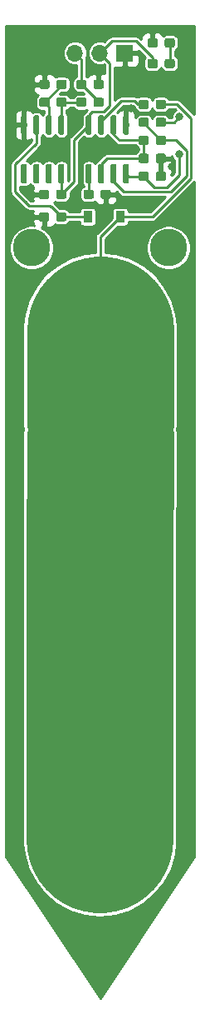
<source format=gbr>
G04 #@! TF.GenerationSoftware,KiCad,Pcbnew,(5.1.4-0-10_14)*
G04 #@! TF.CreationDate,2020-12-31T20:51:25-07:00*
G04 #@! TF.ProjectId,Moisture-Sensor,4d6f6973-7475-4726-952d-53656e736f72,rev?*
G04 #@! TF.SameCoordinates,Original*
G04 #@! TF.FileFunction,Copper,L1,Top*
G04 #@! TF.FilePolarity,Positive*
%FSLAX46Y46*%
G04 Gerber Fmt 4.6, Leading zero omitted, Abs format (unit mm)*
G04 Created by KiCad (PCBNEW (5.1.4-0-10_14)) date 2020-12-31 20:51:25*
%MOMM*%
%LPD*%
G04 APERTURE LIST*
%ADD10C,0.100000*%
%ADD11C,0.950000*%
%ADD12R,0.900000X1.200000*%
%ADD13C,0.600000*%
%ADD14R,1.700000X1.700000*%
%ADD15O,1.700000X1.700000*%
%ADD16C,3.800000*%
%ADD17C,0.800000*%
%ADD18C,0.254000*%
%ADD19C,15.000000*%
G04 APERTURE END LIST*
D10*
G36*
X114759779Y-63432544D02*
G01*
X114782834Y-63435963D01*
X114805443Y-63441627D01*
X114827387Y-63449479D01*
X114848457Y-63459444D01*
X114868448Y-63471426D01*
X114887168Y-63485310D01*
X114904438Y-63500962D01*
X114920090Y-63518232D01*
X114933974Y-63536952D01*
X114945956Y-63556943D01*
X114955921Y-63578013D01*
X114963773Y-63599957D01*
X114969437Y-63622566D01*
X114972856Y-63645621D01*
X114974000Y-63668900D01*
X114974000Y-64143900D01*
X114972856Y-64167179D01*
X114969437Y-64190234D01*
X114963773Y-64212843D01*
X114955921Y-64234787D01*
X114945956Y-64255857D01*
X114933974Y-64275848D01*
X114920090Y-64294568D01*
X114904438Y-64311838D01*
X114887168Y-64327490D01*
X114868448Y-64341374D01*
X114848457Y-64353356D01*
X114827387Y-64363321D01*
X114805443Y-64371173D01*
X114782834Y-64376837D01*
X114759779Y-64380256D01*
X114736500Y-64381400D01*
X114161500Y-64381400D01*
X114138221Y-64380256D01*
X114115166Y-64376837D01*
X114092557Y-64371173D01*
X114070613Y-64363321D01*
X114049543Y-64353356D01*
X114029552Y-64341374D01*
X114010832Y-64327490D01*
X113993562Y-64311838D01*
X113977910Y-64294568D01*
X113964026Y-64275848D01*
X113952044Y-64255857D01*
X113942079Y-64234787D01*
X113934227Y-64212843D01*
X113928563Y-64190234D01*
X113925144Y-64167179D01*
X113924000Y-64143900D01*
X113924000Y-63668900D01*
X113925144Y-63645621D01*
X113928563Y-63622566D01*
X113934227Y-63599957D01*
X113942079Y-63578013D01*
X113952044Y-63556943D01*
X113964026Y-63536952D01*
X113977910Y-63518232D01*
X113993562Y-63500962D01*
X114010832Y-63485310D01*
X114029552Y-63471426D01*
X114049543Y-63459444D01*
X114070613Y-63449479D01*
X114092557Y-63441627D01*
X114115166Y-63435963D01*
X114138221Y-63432544D01*
X114161500Y-63431400D01*
X114736500Y-63431400D01*
X114759779Y-63432544D01*
X114759779Y-63432544D01*
G37*
D11*
X114449000Y-63906400D03*
D10*
G36*
X116509779Y-63432544D02*
G01*
X116532834Y-63435963D01*
X116555443Y-63441627D01*
X116577387Y-63449479D01*
X116598457Y-63459444D01*
X116618448Y-63471426D01*
X116637168Y-63485310D01*
X116654438Y-63500962D01*
X116670090Y-63518232D01*
X116683974Y-63536952D01*
X116695956Y-63556943D01*
X116705921Y-63578013D01*
X116713773Y-63599957D01*
X116719437Y-63622566D01*
X116722856Y-63645621D01*
X116724000Y-63668900D01*
X116724000Y-64143900D01*
X116722856Y-64167179D01*
X116719437Y-64190234D01*
X116713773Y-64212843D01*
X116705921Y-64234787D01*
X116695956Y-64255857D01*
X116683974Y-64275848D01*
X116670090Y-64294568D01*
X116654438Y-64311838D01*
X116637168Y-64327490D01*
X116618448Y-64341374D01*
X116598457Y-64353356D01*
X116577387Y-64363321D01*
X116555443Y-64371173D01*
X116532834Y-64376837D01*
X116509779Y-64380256D01*
X116486500Y-64381400D01*
X115911500Y-64381400D01*
X115888221Y-64380256D01*
X115865166Y-64376837D01*
X115842557Y-64371173D01*
X115820613Y-64363321D01*
X115799543Y-64353356D01*
X115779552Y-64341374D01*
X115760832Y-64327490D01*
X115743562Y-64311838D01*
X115727910Y-64294568D01*
X115714026Y-64275848D01*
X115702044Y-64255857D01*
X115692079Y-64234787D01*
X115684227Y-64212843D01*
X115678563Y-64190234D01*
X115675144Y-64167179D01*
X115674000Y-64143900D01*
X115674000Y-63668900D01*
X115675144Y-63645621D01*
X115678563Y-63622566D01*
X115684227Y-63599957D01*
X115692079Y-63578013D01*
X115702044Y-63556943D01*
X115714026Y-63536952D01*
X115727910Y-63518232D01*
X115743562Y-63500962D01*
X115760832Y-63485310D01*
X115779552Y-63471426D01*
X115799543Y-63459444D01*
X115820613Y-63449479D01*
X115842557Y-63441627D01*
X115865166Y-63435963D01*
X115888221Y-63432544D01*
X115911500Y-63431400D01*
X116486500Y-63431400D01*
X116509779Y-63432544D01*
X116509779Y-63432544D01*
G37*
D11*
X116199000Y-63906400D03*
D10*
G36*
X116509779Y-65261344D02*
G01*
X116532834Y-65264763D01*
X116555443Y-65270427D01*
X116577387Y-65278279D01*
X116598457Y-65288244D01*
X116618448Y-65300226D01*
X116637168Y-65314110D01*
X116654438Y-65329762D01*
X116670090Y-65347032D01*
X116683974Y-65365752D01*
X116695956Y-65385743D01*
X116705921Y-65406813D01*
X116713773Y-65428757D01*
X116719437Y-65451366D01*
X116722856Y-65474421D01*
X116724000Y-65497700D01*
X116724000Y-65972700D01*
X116722856Y-65995979D01*
X116719437Y-66019034D01*
X116713773Y-66041643D01*
X116705921Y-66063587D01*
X116695956Y-66084657D01*
X116683974Y-66104648D01*
X116670090Y-66123368D01*
X116654438Y-66140638D01*
X116637168Y-66156290D01*
X116618448Y-66170174D01*
X116598457Y-66182156D01*
X116577387Y-66192121D01*
X116555443Y-66199973D01*
X116532834Y-66205637D01*
X116509779Y-66209056D01*
X116486500Y-66210200D01*
X115911500Y-66210200D01*
X115888221Y-66209056D01*
X115865166Y-66205637D01*
X115842557Y-66199973D01*
X115820613Y-66192121D01*
X115799543Y-66182156D01*
X115779552Y-66170174D01*
X115760832Y-66156290D01*
X115743562Y-66140638D01*
X115727910Y-66123368D01*
X115714026Y-66104648D01*
X115702044Y-66084657D01*
X115692079Y-66063587D01*
X115684227Y-66041643D01*
X115678563Y-66019034D01*
X115675144Y-65995979D01*
X115674000Y-65972700D01*
X115674000Y-65497700D01*
X115675144Y-65474421D01*
X115678563Y-65451366D01*
X115684227Y-65428757D01*
X115692079Y-65406813D01*
X115702044Y-65385743D01*
X115714026Y-65365752D01*
X115727910Y-65347032D01*
X115743562Y-65329762D01*
X115760832Y-65314110D01*
X115779552Y-65300226D01*
X115799543Y-65288244D01*
X115820613Y-65278279D01*
X115842557Y-65270427D01*
X115865166Y-65264763D01*
X115888221Y-65261344D01*
X115911500Y-65260200D01*
X116486500Y-65260200D01*
X116509779Y-65261344D01*
X116509779Y-65261344D01*
G37*
D11*
X116199000Y-65735200D03*
D10*
G36*
X114759779Y-65261344D02*
G01*
X114782834Y-65264763D01*
X114805443Y-65270427D01*
X114827387Y-65278279D01*
X114848457Y-65288244D01*
X114868448Y-65300226D01*
X114887168Y-65314110D01*
X114904438Y-65329762D01*
X114920090Y-65347032D01*
X114933974Y-65365752D01*
X114945956Y-65385743D01*
X114955921Y-65406813D01*
X114963773Y-65428757D01*
X114969437Y-65451366D01*
X114972856Y-65474421D01*
X114974000Y-65497700D01*
X114974000Y-65972700D01*
X114972856Y-65995979D01*
X114969437Y-66019034D01*
X114963773Y-66041643D01*
X114955921Y-66063587D01*
X114945956Y-66084657D01*
X114933974Y-66104648D01*
X114920090Y-66123368D01*
X114904438Y-66140638D01*
X114887168Y-66156290D01*
X114868448Y-66170174D01*
X114848457Y-66182156D01*
X114827387Y-66192121D01*
X114805443Y-66199973D01*
X114782834Y-66205637D01*
X114759779Y-66209056D01*
X114736500Y-66210200D01*
X114161500Y-66210200D01*
X114138221Y-66209056D01*
X114115166Y-66205637D01*
X114092557Y-66199973D01*
X114070613Y-66192121D01*
X114049543Y-66182156D01*
X114029552Y-66170174D01*
X114010832Y-66156290D01*
X113993562Y-66140638D01*
X113977910Y-66123368D01*
X113964026Y-66104648D01*
X113952044Y-66084657D01*
X113942079Y-66063587D01*
X113934227Y-66041643D01*
X113928563Y-66019034D01*
X113925144Y-65995979D01*
X113924000Y-65972700D01*
X113924000Y-65497700D01*
X113925144Y-65474421D01*
X113928563Y-65451366D01*
X113934227Y-65428757D01*
X113942079Y-65406813D01*
X113952044Y-65385743D01*
X113964026Y-65365752D01*
X113977910Y-65347032D01*
X113993562Y-65329762D01*
X114010832Y-65314110D01*
X114029552Y-65300226D01*
X114049543Y-65288244D01*
X114070613Y-65278279D01*
X114092557Y-65270427D01*
X114115166Y-65264763D01*
X114138221Y-65261344D01*
X114161500Y-65260200D01*
X114736500Y-65260200D01*
X114759779Y-65261344D01*
X114759779Y-65261344D01*
G37*
D11*
X114449000Y-65735200D03*
D10*
G36*
X104599779Y-67090144D02*
G01*
X104622834Y-67093563D01*
X104645443Y-67099227D01*
X104667387Y-67107079D01*
X104688457Y-67117044D01*
X104708448Y-67129026D01*
X104727168Y-67142910D01*
X104744438Y-67158562D01*
X104760090Y-67175832D01*
X104773974Y-67194552D01*
X104785956Y-67214543D01*
X104795921Y-67235613D01*
X104803773Y-67257557D01*
X104809437Y-67280166D01*
X104812856Y-67303221D01*
X104814000Y-67326500D01*
X104814000Y-67801500D01*
X104812856Y-67824779D01*
X104809437Y-67847834D01*
X104803773Y-67870443D01*
X104795921Y-67892387D01*
X104785956Y-67913457D01*
X104773974Y-67933448D01*
X104760090Y-67952168D01*
X104744438Y-67969438D01*
X104727168Y-67985090D01*
X104708448Y-67998974D01*
X104688457Y-68010956D01*
X104667387Y-68020921D01*
X104645443Y-68028773D01*
X104622834Y-68034437D01*
X104599779Y-68037856D01*
X104576500Y-68039000D01*
X104001500Y-68039000D01*
X103978221Y-68037856D01*
X103955166Y-68034437D01*
X103932557Y-68028773D01*
X103910613Y-68020921D01*
X103889543Y-68010956D01*
X103869552Y-67998974D01*
X103850832Y-67985090D01*
X103833562Y-67969438D01*
X103817910Y-67952168D01*
X103804026Y-67933448D01*
X103792044Y-67913457D01*
X103782079Y-67892387D01*
X103774227Y-67870443D01*
X103768563Y-67847834D01*
X103765144Y-67824779D01*
X103764000Y-67801500D01*
X103764000Y-67326500D01*
X103765144Y-67303221D01*
X103768563Y-67280166D01*
X103774227Y-67257557D01*
X103782079Y-67235613D01*
X103792044Y-67214543D01*
X103804026Y-67194552D01*
X103817910Y-67175832D01*
X103833562Y-67158562D01*
X103850832Y-67142910D01*
X103869552Y-67129026D01*
X103889543Y-67117044D01*
X103910613Y-67107079D01*
X103932557Y-67099227D01*
X103955166Y-67093563D01*
X103978221Y-67090144D01*
X104001500Y-67089000D01*
X104576500Y-67089000D01*
X104599779Y-67090144D01*
X104599779Y-67090144D01*
G37*
D11*
X104289000Y-67564000D03*
D10*
G36*
X106349779Y-67090144D02*
G01*
X106372834Y-67093563D01*
X106395443Y-67099227D01*
X106417387Y-67107079D01*
X106438457Y-67117044D01*
X106458448Y-67129026D01*
X106477168Y-67142910D01*
X106494438Y-67158562D01*
X106510090Y-67175832D01*
X106523974Y-67194552D01*
X106535956Y-67214543D01*
X106545921Y-67235613D01*
X106553773Y-67257557D01*
X106559437Y-67280166D01*
X106562856Y-67303221D01*
X106564000Y-67326500D01*
X106564000Y-67801500D01*
X106562856Y-67824779D01*
X106559437Y-67847834D01*
X106553773Y-67870443D01*
X106545921Y-67892387D01*
X106535956Y-67913457D01*
X106523974Y-67933448D01*
X106510090Y-67952168D01*
X106494438Y-67969438D01*
X106477168Y-67985090D01*
X106458448Y-67998974D01*
X106438457Y-68010956D01*
X106417387Y-68020921D01*
X106395443Y-68028773D01*
X106372834Y-68034437D01*
X106349779Y-68037856D01*
X106326500Y-68039000D01*
X105751500Y-68039000D01*
X105728221Y-68037856D01*
X105705166Y-68034437D01*
X105682557Y-68028773D01*
X105660613Y-68020921D01*
X105639543Y-68010956D01*
X105619552Y-67998974D01*
X105600832Y-67985090D01*
X105583562Y-67969438D01*
X105567910Y-67952168D01*
X105554026Y-67933448D01*
X105542044Y-67913457D01*
X105532079Y-67892387D01*
X105524227Y-67870443D01*
X105518563Y-67847834D01*
X105515144Y-67824779D01*
X105514000Y-67801500D01*
X105514000Y-67326500D01*
X105515144Y-67303221D01*
X105518563Y-67280166D01*
X105524227Y-67257557D01*
X105532079Y-67235613D01*
X105542044Y-67214543D01*
X105554026Y-67194552D01*
X105567910Y-67175832D01*
X105583562Y-67158562D01*
X105600832Y-67142910D01*
X105619552Y-67129026D01*
X105639543Y-67117044D01*
X105660613Y-67107079D01*
X105682557Y-67099227D01*
X105705166Y-67093563D01*
X105728221Y-67090144D01*
X105751500Y-67089000D01*
X106326500Y-67089000D01*
X106349779Y-67090144D01*
X106349779Y-67090144D01*
G37*
D11*
X106039000Y-67564000D03*
D10*
G36*
X110887779Y-67090144D02*
G01*
X110910834Y-67093563D01*
X110933443Y-67099227D01*
X110955387Y-67107079D01*
X110976457Y-67117044D01*
X110996448Y-67129026D01*
X111015168Y-67142910D01*
X111032438Y-67158562D01*
X111048090Y-67175832D01*
X111061974Y-67194552D01*
X111073956Y-67214543D01*
X111083921Y-67235613D01*
X111091773Y-67257557D01*
X111097437Y-67280166D01*
X111100856Y-67303221D01*
X111102000Y-67326500D01*
X111102000Y-67801500D01*
X111100856Y-67824779D01*
X111097437Y-67847834D01*
X111091773Y-67870443D01*
X111083921Y-67892387D01*
X111073956Y-67913457D01*
X111061974Y-67933448D01*
X111048090Y-67952168D01*
X111032438Y-67969438D01*
X111015168Y-67985090D01*
X110996448Y-67998974D01*
X110976457Y-68010956D01*
X110955387Y-68020921D01*
X110933443Y-68028773D01*
X110910834Y-68034437D01*
X110887779Y-68037856D01*
X110864500Y-68039000D01*
X110289500Y-68039000D01*
X110266221Y-68037856D01*
X110243166Y-68034437D01*
X110220557Y-68028773D01*
X110198613Y-68020921D01*
X110177543Y-68010956D01*
X110157552Y-67998974D01*
X110138832Y-67985090D01*
X110121562Y-67969438D01*
X110105910Y-67952168D01*
X110092026Y-67933448D01*
X110080044Y-67913457D01*
X110070079Y-67892387D01*
X110062227Y-67870443D01*
X110056563Y-67847834D01*
X110053144Y-67824779D01*
X110052000Y-67801500D01*
X110052000Y-67326500D01*
X110053144Y-67303221D01*
X110056563Y-67280166D01*
X110062227Y-67257557D01*
X110070079Y-67235613D01*
X110080044Y-67214543D01*
X110092026Y-67194552D01*
X110105910Y-67175832D01*
X110121562Y-67158562D01*
X110138832Y-67142910D01*
X110157552Y-67129026D01*
X110177543Y-67117044D01*
X110198613Y-67107079D01*
X110220557Y-67099227D01*
X110243166Y-67093563D01*
X110266221Y-67090144D01*
X110289500Y-67089000D01*
X110864500Y-67089000D01*
X110887779Y-67090144D01*
X110887779Y-67090144D01*
G37*
D11*
X110577000Y-67564000D03*
D10*
G36*
X109137779Y-67090144D02*
G01*
X109160834Y-67093563D01*
X109183443Y-67099227D01*
X109205387Y-67107079D01*
X109226457Y-67117044D01*
X109246448Y-67129026D01*
X109265168Y-67142910D01*
X109282438Y-67158562D01*
X109298090Y-67175832D01*
X109311974Y-67194552D01*
X109323956Y-67214543D01*
X109333921Y-67235613D01*
X109341773Y-67257557D01*
X109347437Y-67280166D01*
X109350856Y-67303221D01*
X109352000Y-67326500D01*
X109352000Y-67801500D01*
X109350856Y-67824779D01*
X109347437Y-67847834D01*
X109341773Y-67870443D01*
X109333921Y-67892387D01*
X109323956Y-67913457D01*
X109311974Y-67933448D01*
X109298090Y-67952168D01*
X109282438Y-67969438D01*
X109265168Y-67985090D01*
X109246448Y-67998974D01*
X109226457Y-68010956D01*
X109205387Y-68020921D01*
X109183443Y-68028773D01*
X109160834Y-68034437D01*
X109137779Y-68037856D01*
X109114500Y-68039000D01*
X108539500Y-68039000D01*
X108516221Y-68037856D01*
X108493166Y-68034437D01*
X108470557Y-68028773D01*
X108448613Y-68020921D01*
X108427543Y-68010956D01*
X108407552Y-67998974D01*
X108388832Y-67985090D01*
X108371562Y-67969438D01*
X108355910Y-67952168D01*
X108342026Y-67933448D01*
X108330044Y-67913457D01*
X108320079Y-67892387D01*
X108312227Y-67870443D01*
X108306563Y-67847834D01*
X108303144Y-67824779D01*
X108302000Y-67801500D01*
X108302000Y-67326500D01*
X108303144Y-67303221D01*
X108306563Y-67280166D01*
X108312227Y-67257557D01*
X108320079Y-67235613D01*
X108330044Y-67214543D01*
X108342026Y-67194552D01*
X108355910Y-67175832D01*
X108371562Y-67158562D01*
X108388832Y-67142910D01*
X108407552Y-67129026D01*
X108427543Y-67117044D01*
X108448613Y-67107079D01*
X108470557Y-67099227D01*
X108493166Y-67093563D01*
X108516221Y-67090144D01*
X108539500Y-67089000D01*
X109114500Y-67089000D01*
X109137779Y-67090144D01*
X109137779Y-67090144D01*
G37*
D11*
X108827000Y-67564000D03*
D10*
G36*
X108409779Y-55914144D02*
G01*
X108432834Y-55917563D01*
X108455443Y-55923227D01*
X108477387Y-55931079D01*
X108498457Y-55941044D01*
X108518448Y-55953026D01*
X108537168Y-55966910D01*
X108554438Y-55982562D01*
X108570090Y-55999832D01*
X108583974Y-56018552D01*
X108595956Y-56038543D01*
X108605921Y-56059613D01*
X108613773Y-56081557D01*
X108619437Y-56104166D01*
X108622856Y-56127221D01*
X108624000Y-56150500D01*
X108624000Y-56625500D01*
X108622856Y-56648779D01*
X108619437Y-56671834D01*
X108613773Y-56694443D01*
X108605921Y-56716387D01*
X108595956Y-56737457D01*
X108583974Y-56757448D01*
X108570090Y-56776168D01*
X108554438Y-56793438D01*
X108537168Y-56809090D01*
X108518448Y-56822974D01*
X108498457Y-56834956D01*
X108477387Y-56844921D01*
X108455443Y-56852773D01*
X108432834Y-56858437D01*
X108409779Y-56861856D01*
X108386500Y-56863000D01*
X107811500Y-56863000D01*
X107788221Y-56861856D01*
X107765166Y-56858437D01*
X107742557Y-56852773D01*
X107720613Y-56844921D01*
X107699543Y-56834956D01*
X107679552Y-56822974D01*
X107660832Y-56809090D01*
X107643562Y-56793438D01*
X107627910Y-56776168D01*
X107614026Y-56757448D01*
X107602044Y-56737457D01*
X107592079Y-56716387D01*
X107584227Y-56694443D01*
X107578563Y-56671834D01*
X107575144Y-56648779D01*
X107574000Y-56625500D01*
X107574000Y-56150500D01*
X107575144Y-56127221D01*
X107578563Y-56104166D01*
X107584227Y-56081557D01*
X107592079Y-56059613D01*
X107602044Y-56038543D01*
X107614026Y-56018552D01*
X107627910Y-55999832D01*
X107643562Y-55982562D01*
X107660832Y-55966910D01*
X107679552Y-55953026D01*
X107699543Y-55941044D01*
X107720613Y-55931079D01*
X107742557Y-55923227D01*
X107765166Y-55917563D01*
X107788221Y-55914144D01*
X107811500Y-55913000D01*
X108386500Y-55913000D01*
X108409779Y-55914144D01*
X108409779Y-55914144D01*
G37*
D11*
X108099000Y-56388000D03*
D10*
G36*
X110159779Y-55914144D02*
G01*
X110182834Y-55917563D01*
X110205443Y-55923227D01*
X110227387Y-55931079D01*
X110248457Y-55941044D01*
X110268448Y-55953026D01*
X110287168Y-55966910D01*
X110304438Y-55982562D01*
X110320090Y-55999832D01*
X110333974Y-56018552D01*
X110345956Y-56038543D01*
X110355921Y-56059613D01*
X110363773Y-56081557D01*
X110369437Y-56104166D01*
X110372856Y-56127221D01*
X110374000Y-56150500D01*
X110374000Y-56625500D01*
X110372856Y-56648779D01*
X110369437Y-56671834D01*
X110363773Y-56694443D01*
X110355921Y-56716387D01*
X110345956Y-56737457D01*
X110333974Y-56757448D01*
X110320090Y-56776168D01*
X110304438Y-56793438D01*
X110287168Y-56809090D01*
X110268448Y-56822974D01*
X110248457Y-56834956D01*
X110227387Y-56844921D01*
X110205443Y-56852773D01*
X110182834Y-56858437D01*
X110159779Y-56861856D01*
X110136500Y-56863000D01*
X109561500Y-56863000D01*
X109538221Y-56861856D01*
X109515166Y-56858437D01*
X109492557Y-56852773D01*
X109470613Y-56844921D01*
X109449543Y-56834956D01*
X109429552Y-56822974D01*
X109410832Y-56809090D01*
X109393562Y-56793438D01*
X109377910Y-56776168D01*
X109364026Y-56757448D01*
X109352044Y-56737457D01*
X109342079Y-56716387D01*
X109334227Y-56694443D01*
X109328563Y-56671834D01*
X109325144Y-56648779D01*
X109324000Y-56625500D01*
X109324000Y-56150500D01*
X109325144Y-56127221D01*
X109328563Y-56104166D01*
X109334227Y-56081557D01*
X109342079Y-56059613D01*
X109352044Y-56038543D01*
X109364026Y-56018552D01*
X109377910Y-55999832D01*
X109393562Y-55982562D01*
X109410832Y-55966910D01*
X109429552Y-55953026D01*
X109449543Y-55941044D01*
X109470613Y-55931079D01*
X109492557Y-55923227D01*
X109515166Y-55917563D01*
X109538221Y-55914144D01*
X109561500Y-55913000D01*
X110136500Y-55913000D01*
X110159779Y-55914144D01*
X110159779Y-55914144D01*
G37*
D11*
X109849000Y-56388000D03*
D10*
G36*
X115667779Y-51701144D02*
G01*
X115690834Y-51704563D01*
X115713443Y-51710227D01*
X115735387Y-51718079D01*
X115756457Y-51728044D01*
X115776448Y-51740026D01*
X115795168Y-51753910D01*
X115812438Y-51769562D01*
X115828090Y-51786832D01*
X115841974Y-51805552D01*
X115853956Y-51825543D01*
X115863921Y-51846613D01*
X115871773Y-51868557D01*
X115877437Y-51891166D01*
X115880856Y-51914221D01*
X115882000Y-51937500D01*
X115882000Y-52412500D01*
X115880856Y-52435779D01*
X115877437Y-52458834D01*
X115871773Y-52481443D01*
X115863921Y-52503387D01*
X115853956Y-52524457D01*
X115841974Y-52544448D01*
X115828090Y-52563168D01*
X115812438Y-52580438D01*
X115795168Y-52596090D01*
X115776448Y-52609974D01*
X115756457Y-52621956D01*
X115735387Y-52631921D01*
X115713443Y-52639773D01*
X115690834Y-52645437D01*
X115667779Y-52648856D01*
X115644500Y-52650000D01*
X115069500Y-52650000D01*
X115046221Y-52648856D01*
X115023166Y-52645437D01*
X115000557Y-52639773D01*
X114978613Y-52631921D01*
X114957543Y-52621956D01*
X114937552Y-52609974D01*
X114918832Y-52596090D01*
X114901562Y-52580438D01*
X114885910Y-52563168D01*
X114872026Y-52544448D01*
X114860044Y-52524457D01*
X114850079Y-52503387D01*
X114842227Y-52481443D01*
X114836563Y-52458834D01*
X114833144Y-52435779D01*
X114832000Y-52412500D01*
X114832000Y-51937500D01*
X114833144Y-51914221D01*
X114836563Y-51891166D01*
X114842227Y-51868557D01*
X114850079Y-51846613D01*
X114860044Y-51825543D01*
X114872026Y-51805552D01*
X114885910Y-51786832D01*
X114901562Y-51769562D01*
X114918832Y-51753910D01*
X114937552Y-51740026D01*
X114957543Y-51728044D01*
X114978613Y-51718079D01*
X115000557Y-51710227D01*
X115023166Y-51704563D01*
X115046221Y-51701144D01*
X115069500Y-51700000D01*
X115644500Y-51700000D01*
X115667779Y-51701144D01*
X115667779Y-51701144D01*
G37*
D11*
X115357000Y-52175000D03*
D10*
G36*
X117417779Y-51701144D02*
G01*
X117440834Y-51704563D01*
X117463443Y-51710227D01*
X117485387Y-51718079D01*
X117506457Y-51728044D01*
X117526448Y-51740026D01*
X117545168Y-51753910D01*
X117562438Y-51769562D01*
X117578090Y-51786832D01*
X117591974Y-51805552D01*
X117603956Y-51825543D01*
X117613921Y-51846613D01*
X117621773Y-51868557D01*
X117627437Y-51891166D01*
X117630856Y-51914221D01*
X117632000Y-51937500D01*
X117632000Y-52412500D01*
X117630856Y-52435779D01*
X117627437Y-52458834D01*
X117621773Y-52481443D01*
X117613921Y-52503387D01*
X117603956Y-52524457D01*
X117591974Y-52544448D01*
X117578090Y-52563168D01*
X117562438Y-52580438D01*
X117545168Y-52596090D01*
X117526448Y-52609974D01*
X117506457Y-52621956D01*
X117485387Y-52631921D01*
X117463443Y-52639773D01*
X117440834Y-52645437D01*
X117417779Y-52648856D01*
X117394500Y-52650000D01*
X116819500Y-52650000D01*
X116796221Y-52648856D01*
X116773166Y-52645437D01*
X116750557Y-52639773D01*
X116728613Y-52631921D01*
X116707543Y-52621956D01*
X116687552Y-52609974D01*
X116668832Y-52596090D01*
X116651562Y-52580438D01*
X116635910Y-52563168D01*
X116622026Y-52544448D01*
X116610044Y-52524457D01*
X116600079Y-52503387D01*
X116592227Y-52481443D01*
X116586563Y-52458834D01*
X116583144Y-52435779D01*
X116582000Y-52412500D01*
X116582000Y-51937500D01*
X116583144Y-51914221D01*
X116586563Y-51891166D01*
X116592227Y-51868557D01*
X116600079Y-51846613D01*
X116610044Y-51825543D01*
X116622026Y-51805552D01*
X116635910Y-51786832D01*
X116651562Y-51769562D01*
X116668832Y-51753910D01*
X116687552Y-51740026D01*
X116707543Y-51728044D01*
X116728613Y-51718079D01*
X116750557Y-51710227D01*
X116773166Y-51704563D01*
X116796221Y-51701144D01*
X116819500Y-51700000D01*
X117394500Y-51700000D01*
X117417779Y-51701144D01*
X117417779Y-51701144D01*
G37*
D11*
X117107000Y-52175000D03*
D12*
X108752000Y-69850000D03*
X112052000Y-69850000D03*
D10*
G36*
X115667779Y-53801144D02*
G01*
X115690834Y-53804563D01*
X115713443Y-53810227D01*
X115735387Y-53818079D01*
X115756457Y-53828044D01*
X115776448Y-53840026D01*
X115795168Y-53853910D01*
X115812438Y-53869562D01*
X115828090Y-53886832D01*
X115841974Y-53905552D01*
X115853956Y-53925543D01*
X115863921Y-53946613D01*
X115871773Y-53968557D01*
X115877437Y-53991166D01*
X115880856Y-54014221D01*
X115882000Y-54037500D01*
X115882000Y-54512500D01*
X115880856Y-54535779D01*
X115877437Y-54558834D01*
X115871773Y-54581443D01*
X115863921Y-54603387D01*
X115853956Y-54624457D01*
X115841974Y-54644448D01*
X115828090Y-54663168D01*
X115812438Y-54680438D01*
X115795168Y-54696090D01*
X115776448Y-54709974D01*
X115756457Y-54721956D01*
X115735387Y-54731921D01*
X115713443Y-54739773D01*
X115690834Y-54745437D01*
X115667779Y-54748856D01*
X115644500Y-54750000D01*
X115069500Y-54750000D01*
X115046221Y-54748856D01*
X115023166Y-54745437D01*
X115000557Y-54739773D01*
X114978613Y-54731921D01*
X114957543Y-54721956D01*
X114937552Y-54709974D01*
X114918832Y-54696090D01*
X114901562Y-54680438D01*
X114885910Y-54663168D01*
X114872026Y-54644448D01*
X114860044Y-54624457D01*
X114850079Y-54603387D01*
X114842227Y-54581443D01*
X114836563Y-54558834D01*
X114833144Y-54535779D01*
X114832000Y-54512500D01*
X114832000Y-54037500D01*
X114833144Y-54014221D01*
X114836563Y-53991166D01*
X114842227Y-53968557D01*
X114850079Y-53946613D01*
X114860044Y-53925543D01*
X114872026Y-53905552D01*
X114885910Y-53886832D01*
X114901562Y-53869562D01*
X114918832Y-53853910D01*
X114937552Y-53840026D01*
X114957543Y-53828044D01*
X114978613Y-53818079D01*
X115000557Y-53810227D01*
X115023166Y-53804563D01*
X115046221Y-53801144D01*
X115069500Y-53800000D01*
X115644500Y-53800000D01*
X115667779Y-53801144D01*
X115667779Y-53801144D01*
G37*
D11*
X115357000Y-54275000D03*
D10*
G36*
X117417779Y-53801144D02*
G01*
X117440834Y-53804563D01*
X117463443Y-53810227D01*
X117485387Y-53818079D01*
X117506457Y-53828044D01*
X117526448Y-53840026D01*
X117545168Y-53853910D01*
X117562438Y-53869562D01*
X117578090Y-53886832D01*
X117591974Y-53905552D01*
X117603956Y-53925543D01*
X117613921Y-53946613D01*
X117621773Y-53968557D01*
X117627437Y-53991166D01*
X117630856Y-54014221D01*
X117632000Y-54037500D01*
X117632000Y-54512500D01*
X117630856Y-54535779D01*
X117627437Y-54558834D01*
X117621773Y-54581443D01*
X117613921Y-54603387D01*
X117603956Y-54624457D01*
X117591974Y-54644448D01*
X117578090Y-54663168D01*
X117562438Y-54680438D01*
X117545168Y-54696090D01*
X117526448Y-54709974D01*
X117506457Y-54721956D01*
X117485387Y-54731921D01*
X117463443Y-54739773D01*
X117440834Y-54745437D01*
X117417779Y-54748856D01*
X117394500Y-54750000D01*
X116819500Y-54750000D01*
X116796221Y-54748856D01*
X116773166Y-54745437D01*
X116750557Y-54739773D01*
X116728613Y-54731921D01*
X116707543Y-54721956D01*
X116687552Y-54709974D01*
X116668832Y-54696090D01*
X116651562Y-54680438D01*
X116635910Y-54663168D01*
X116622026Y-54644448D01*
X116610044Y-54624457D01*
X116600079Y-54603387D01*
X116592227Y-54581443D01*
X116586563Y-54558834D01*
X116583144Y-54535779D01*
X116582000Y-54512500D01*
X116582000Y-54037500D01*
X116583144Y-54014221D01*
X116586563Y-53991166D01*
X116592227Y-53968557D01*
X116600079Y-53946613D01*
X116610044Y-53925543D01*
X116622026Y-53905552D01*
X116635910Y-53886832D01*
X116651562Y-53869562D01*
X116668832Y-53853910D01*
X116687552Y-53840026D01*
X116707543Y-53828044D01*
X116728613Y-53818079D01*
X116750557Y-53810227D01*
X116773166Y-53804563D01*
X116796221Y-53801144D01*
X116819500Y-53800000D01*
X117394500Y-53800000D01*
X117417779Y-53801144D01*
X117417779Y-53801144D01*
G37*
D11*
X117107000Y-54275000D03*
D10*
G36*
X106383779Y-55914144D02*
G01*
X106406834Y-55917563D01*
X106429443Y-55923227D01*
X106451387Y-55931079D01*
X106472457Y-55941044D01*
X106492448Y-55953026D01*
X106511168Y-55966910D01*
X106528438Y-55982562D01*
X106544090Y-55999832D01*
X106557974Y-56018552D01*
X106569956Y-56038543D01*
X106579921Y-56059613D01*
X106587773Y-56081557D01*
X106593437Y-56104166D01*
X106596856Y-56127221D01*
X106598000Y-56150500D01*
X106598000Y-56625500D01*
X106596856Y-56648779D01*
X106593437Y-56671834D01*
X106587773Y-56694443D01*
X106579921Y-56716387D01*
X106569956Y-56737457D01*
X106557974Y-56757448D01*
X106544090Y-56776168D01*
X106528438Y-56793438D01*
X106511168Y-56809090D01*
X106492448Y-56822974D01*
X106472457Y-56834956D01*
X106451387Y-56844921D01*
X106429443Y-56852773D01*
X106406834Y-56858437D01*
X106383779Y-56861856D01*
X106360500Y-56863000D01*
X105785500Y-56863000D01*
X105762221Y-56861856D01*
X105739166Y-56858437D01*
X105716557Y-56852773D01*
X105694613Y-56844921D01*
X105673543Y-56834956D01*
X105653552Y-56822974D01*
X105634832Y-56809090D01*
X105617562Y-56793438D01*
X105601910Y-56776168D01*
X105588026Y-56757448D01*
X105576044Y-56737457D01*
X105566079Y-56716387D01*
X105558227Y-56694443D01*
X105552563Y-56671834D01*
X105549144Y-56648779D01*
X105548000Y-56625500D01*
X105548000Y-56150500D01*
X105549144Y-56127221D01*
X105552563Y-56104166D01*
X105558227Y-56081557D01*
X105566079Y-56059613D01*
X105576044Y-56038543D01*
X105588026Y-56018552D01*
X105601910Y-55999832D01*
X105617562Y-55982562D01*
X105634832Y-55966910D01*
X105653552Y-55953026D01*
X105673543Y-55941044D01*
X105694613Y-55931079D01*
X105716557Y-55923227D01*
X105739166Y-55917563D01*
X105762221Y-55914144D01*
X105785500Y-55913000D01*
X106360500Y-55913000D01*
X106383779Y-55914144D01*
X106383779Y-55914144D01*
G37*
D11*
X106073000Y-56388000D03*
D10*
G36*
X104633779Y-55914144D02*
G01*
X104656834Y-55917563D01*
X104679443Y-55923227D01*
X104701387Y-55931079D01*
X104722457Y-55941044D01*
X104742448Y-55953026D01*
X104761168Y-55966910D01*
X104778438Y-55982562D01*
X104794090Y-55999832D01*
X104807974Y-56018552D01*
X104819956Y-56038543D01*
X104829921Y-56059613D01*
X104837773Y-56081557D01*
X104843437Y-56104166D01*
X104846856Y-56127221D01*
X104848000Y-56150500D01*
X104848000Y-56625500D01*
X104846856Y-56648779D01*
X104843437Y-56671834D01*
X104837773Y-56694443D01*
X104829921Y-56716387D01*
X104819956Y-56737457D01*
X104807974Y-56757448D01*
X104794090Y-56776168D01*
X104778438Y-56793438D01*
X104761168Y-56809090D01*
X104742448Y-56822974D01*
X104722457Y-56834956D01*
X104701387Y-56844921D01*
X104679443Y-56852773D01*
X104656834Y-56858437D01*
X104633779Y-56861856D01*
X104610500Y-56863000D01*
X104035500Y-56863000D01*
X104012221Y-56861856D01*
X103989166Y-56858437D01*
X103966557Y-56852773D01*
X103944613Y-56844921D01*
X103923543Y-56834956D01*
X103903552Y-56822974D01*
X103884832Y-56809090D01*
X103867562Y-56793438D01*
X103851910Y-56776168D01*
X103838026Y-56757448D01*
X103826044Y-56737457D01*
X103816079Y-56716387D01*
X103808227Y-56694443D01*
X103802563Y-56671834D01*
X103799144Y-56648779D01*
X103798000Y-56625500D01*
X103798000Y-56150500D01*
X103799144Y-56127221D01*
X103802563Y-56104166D01*
X103808227Y-56081557D01*
X103816079Y-56059613D01*
X103826044Y-56038543D01*
X103838026Y-56018552D01*
X103851910Y-55999832D01*
X103867562Y-55982562D01*
X103884832Y-55966910D01*
X103903552Y-55953026D01*
X103923543Y-55941044D01*
X103944613Y-55931079D01*
X103966557Y-55923227D01*
X103989166Y-55917563D01*
X104012221Y-55914144D01*
X104035500Y-55913000D01*
X104610500Y-55913000D01*
X104633779Y-55914144D01*
X104633779Y-55914144D01*
G37*
D11*
X104323000Y-56388000D03*
D10*
G36*
X104633779Y-57731144D02*
G01*
X104656834Y-57734563D01*
X104679443Y-57740227D01*
X104701387Y-57748079D01*
X104722457Y-57758044D01*
X104742448Y-57770026D01*
X104761168Y-57783910D01*
X104778438Y-57799562D01*
X104794090Y-57816832D01*
X104807974Y-57835552D01*
X104819956Y-57855543D01*
X104829921Y-57876613D01*
X104837773Y-57898557D01*
X104843437Y-57921166D01*
X104846856Y-57944221D01*
X104848000Y-57967500D01*
X104848000Y-58442500D01*
X104846856Y-58465779D01*
X104843437Y-58488834D01*
X104837773Y-58511443D01*
X104829921Y-58533387D01*
X104819956Y-58554457D01*
X104807974Y-58574448D01*
X104794090Y-58593168D01*
X104778438Y-58610438D01*
X104761168Y-58626090D01*
X104742448Y-58639974D01*
X104722457Y-58651956D01*
X104701387Y-58661921D01*
X104679443Y-58669773D01*
X104656834Y-58675437D01*
X104633779Y-58678856D01*
X104610500Y-58680000D01*
X104035500Y-58680000D01*
X104012221Y-58678856D01*
X103989166Y-58675437D01*
X103966557Y-58669773D01*
X103944613Y-58661921D01*
X103923543Y-58651956D01*
X103903552Y-58639974D01*
X103884832Y-58626090D01*
X103867562Y-58610438D01*
X103851910Y-58593168D01*
X103838026Y-58574448D01*
X103826044Y-58554457D01*
X103816079Y-58533387D01*
X103808227Y-58511443D01*
X103802563Y-58488834D01*
X103799144Y-58465779D01*
X103798000Y-58442500D01*
X103798000Y-57967500D01*
X103799144Y-57944221D01*
X103802563Y-57921166D01*
X103808227Y-57898557D01*
X103816079Y-57876613D01*
X103826044Y-57855543D01*
X103838026Y-57835552D01*
X103851910Y-57816832D01*
X103867562Y-57799562D01*
X103884832Y-57783910D01*
X103903552Y-57770026D01*
X103923543Y-57758044D01*
X103944613Y-57748079D01*
X103966557Y-57740227D01*
X103989166Y-57734563D01*
X104012221Y-57731144D01*
X104035500Y-57730000D01*
X104610500Y-57730000D01*
X104633779Y-57731144D01*
X104633779Y-57731144D01*
G37*
D11*
X104323000Y-58205000D03*
D10*
G36*
X106383779Y-57731144D02*
G01*
X106406834Y-57734563D01*
X106429443Y-57740227D01*
X106451387Y-57748079D01*
X106472457Y-57758044D01*
X106492448Y-57770026D01*
X106511168Y-57783910D01*
X106528438Y-57799562D01*
X106544090Y-57816832D01*
X106557974Y-57835552D01*
X106569956Y-57855543D01*
X106579921Y-57876613D01*
X106587773Y-57898557D01*
X106593437Y-57921166D01*
X106596856Y-57944221D01*
X106598000Y-57967500D01*
X106598000Y-58442500D01*
X106596856Y-58465779D01*
X106593437Y-58488834D01*
X106587773Y-58511443D01*
X106579921Y-58533387D01*
X106569956Y-58554457D01*
X106557974Y-58574448D01*
X106544090Y-58593168D01*
X106528438Y-58610438D01*
X106511168Y-58626090D01*
X106492448Y-58639974D01*
X106472457Y-58651956D01*
X106451387Y-58661921D01*
X106429443Y-58669773D01*
X106406834Y-58675437D01*
X106383779Y-58678856D01*
X106360500Y-58680000D01*
X105785500Y-58680000D01*
X105762221Y-58678856D01*
X105739166Y-58675437D01*
X105716557Y-58669773D01*
X105694613Y-58661921D01*
X105673543Y-58651956D01*
X105653552Y-58639974D01*
X105634832Y-58626090D01*
X105617562Y-58610438D01*
X105601910Y-58593168D01*
X105588026Y-58574448D01*
X105576044Y-58554457D01*
X105566079Y-58533387D01*
X105558227Y-58511443D01*
X105552563Y-58488834D01*
X105549144Y-58465779D01*
X105548000Y-58442500D01*
X105548000Y-57967500D01*
X105549144Y-57944221D01*
X105552563Y-57921166D01*
X105558227Y-57898557D01*
X105566079Y-57876613D01*
X105576044Y-57855543D01*
X105588026Y-57835552D01*
X105601910Y-57816832D01*
X105617562Y-57799562D01*
X105634832Y-57783910D01*
X105653552Y-57770026D01*
X105673543Y-57758044D01*
X105694613Y-57748079D01*
X105716557Y-57740227D01*
X105739166Y-57734563D01*
X105762221Y-57731144D01*
X105785500Y-57730000D01*
X106360500Y-57730000D01*
X106383779Y-57731144D01*
X106383779Y-57731144D01*
G37*
D11*
X106073000Y-58205000D03*
D10*
G36*
X114759779Y-59774944D02*
G01*
X114782834Y-59778363D01*
X114805443Y-59784027D01*
X114827387Y-59791879D01*
X114848457Y-59801844D01*
X114868448Y-59813826D01*
X114887168Y-59827710D01*
X114904438Y-59843362D01*
X114920090Y-59860632D01*
X114933974Y-59879352D01*
X114945956Y-59899343D01*
X114955921Y-59920413D01*
X114963773Y-59942357D01*
X114969437Y-59964966D01*
X114972856Y-59988021D01*
X114974000Y-60011300D01*
X114974000Y-60486300D01*
X114972856Y-60509579D01*
X114969437Y-60532634D01*
X114963773Y-60555243D01*
X114955921Y-60577187D01*
X114945956Y-60598257D01*
X114933974Y-60618248D01*
X114920090Y-60636968D01*
X114904438Y-60654238D01*
X114887168Y-60669890D01*
X114868448Y-60683774D01*
X114848457Y-60695756D01*
X114827387Y-60705721D01*
X114805443Y-60713573D01*
X114782834Y-60719237D01*
X114759779Y-60722656D01*
X114736500Y-60723800D01*
X114161500Y-60723800D01*
X114138221Y-60722656D01*
X114115166Y-60719237D01*
X114092557Y-60713573D01*
X114070613Y-60705721D01*
X114049543Y-60695756D01*
X114029552Y-60683774D01*
X114010832Y-60669890D01*
X113993562Y-60654238D01*
X113977910Y-60636968D01*
X113964026Y-60618248D01*
X113952044Y-60598257D01*
X113942079Y-60577187D01*
X113934227Y-60555243D01*
X113928563Y-60532634D01*
X113925144Y-60509579D01*
X113924000Y-60486300D01*
X113924000Y-60011300D01*
X113925144Y-59988021D01*
X113928563Y-59964966D01*
X113934227Y-59942357D01*
X113942079Y-59920413D01*
X113952044Y-59899343D01*
X113964026Y-59879352D01*
X113977910Y-59860632D01*
X113993562Y-59843362D01*
X114010832Y-59827710D01*
X114029552Y-59813826D01*
X114049543Y-59801844D01*
X114070613Y-59791879D01*
X114092557Y-59784027D01*
X114115166Y-59778363D01*
X114138221Y-59774944D01*
X114161500Y-59773800D01*
X114736500Y-59773800D01*
X114759779Y-59774944D01*
X114759779Y-59774944D01*
G37*
D11*
X114449000Y-60248800D03*
D10*
G36*
X116509779Y-59774944D02*
G01*
X116532834Y-59778363D01*
X116555443Y-59784027D01*
X116577387Y-59791879D01*
X116598457Y-59801844D01*
X116618448Y-59813826D01*
X116637168Y-59827710D01*
X116654438Y-59843362D01*
X116670090Y-59860632D01*
X116683974Y-59879352D01*
X116695956Y-59899343D01*
X116705921Y-59920413D01*
X116713773Y-59942357D01*
X116719437Y-59964966D01*
X116722856Y-59988021D01*
X116724000Y-60011300D01*
X116724000Y-60486300D01*
X116722856Y-60509579D01*
X116719437Y-60532634D01*
X116713773Y-60555243D01*
X116705921Y-60577187D01*
X116695956Y-60598257D01*
X116683974Y-60618248D01*
X116670090Y-60636968D01*
X116654438Y-60654238D01*
X116637168Y-60669890D01*
X116618448Y-60683774D01*
X116598457Y-60695756D01*
X116577387Y-60705721D01*
X116555443Y-60713573D01*
X116532834Y-60719237D01*
X116509779Y-60722656D01*
X116486500Y-60723800D01*
X115911500Y-60723800D01*
X115888221Y-60722656D01*
X115865166Y-60719237D01*
X115842557Y-60713573D01*
X115820613Y-60705721D01*
X115799543Y-60695756D01*
X115779552Y-60683774D01*
X115760832Y-60669890D01*
X115743562Y-60654238D01*
X115727910Y-60636968D01*
X115714026Y-60618248D01*
X115702044Y-60598257D01*
X115692079Y-60577187D01*
X115684227Y-60555243D01*
X115678563Y-60532634D01*
X115675144Y-60509579D01*
X115674000Y-60486300D01*
X115674000Y-60011300D01*
X115675144Y-59988021D01*
X115678563Y-59964966D01*
X115684227Y-59942357D01*
X115692079Y-59920413D01*
X115702044Y-59899343D01*
X115714026Y-59879352D01*
X115727910Y-59860632D01*
X115743562Y-59843362D01*
X115760832Y-59827710D01*
X115779552Y-59813826D01*
X115799543Y-59801844D01*
X115820613Y-59791879D01*
X115842557Y-59784027D01*
X115865166Y-59778363D01*
X115888221Y-59774944D01*
X115911500Y-59773800D01*
X116486500Y-59773800D01*
X116509779Y-59774944D01*
X116509779Y-59774944D01*
G37*
D11*
X116199000Y-60248800D03*
D10*
G36*
X116509779Y-61603744D02*
G01*
X116532834Y-61607163D01*
X116555443Y-61612827D01*
X116577387Y-61620679D01*
X116598457Y-61630644D01*
X116618448Y-61642626D01*
X116637168Y-61656510D01*
X116654438Y-61672162D01*
X116670090Y-61689432D01*
X116683974Y-61708152D01*
X116695956Y-61728143D01*
X116705921Y-61749213D01*
X116713773Y-61771157D01*
X116719437Y-61793766D01*
X116722856Y-61816821D01*
X116724000Y-61840100D01*
X116724000Y-62315100D01*
X116722856Y-62338379D01*
X116719437Y-62361434D01*
X116713773Y-62384043D01*
X116705921Y-62405987D01*
X116695956Y-62427057D01*
X116683974Y-62447048D01*
X116670090Y-62465768D01*
X116654438Y-62483038D01*
X116637168Y-62498690D01*
X116618448Y-62512574D01*
X116598457Y-62524556D01*
X116577387Y-62534521D01*
X116555443Y-62542373D01*
X116532834Y-62548037D01*
X116509779Y-62551456D01*
X116486500Y-62552600D01*
X115911500Y-62552600D01*
X115888221Y-62551456D01*
X115865166Y-62548037D01*
X115842557Y-62542373D01*
X115820613Y-62534521D01*
X115799543Y-62524556D01*
X115779552Y-62512574D01*
X115760832Y-62498690D01*
X115743562Y-62483038D01*
X115727910Y-62465768D01*
X115714026Y-62447048D01*
X115702044Y-62427057D01*
X115692079Y-62405987D01*
X115684227Y-62384043D01*
X115678563Y-62361434D01*
X115675144Y-62338379D01*
X115674000Y-62315100D01*
X115674000Y-61840100D01*
X115675144Y-61816821D01*
X115678563Y-61793766D01*
X115684227Y-61771157D01*
X115692079Y-61749213D01*
X115702044Y-61728143D01*
X115714026Y-61708152D01*
X115727910Y-61689432D01*
X115743562Y-61672162D01*
X115760832Y-61656510D01*
X115779552Y-61642626D01*
X115799543Y-61630644D01*
X115820613Y-61620679D01*
X115842557Y-61612827D01*
X115865166Y-61607163D01*
X115888221Y-61603744D01*
X115911500Y-61602600D01*
X116486500Y-61602600D01*
X116509779Y-61603744D01*
X116509779Y-61603744D01*
G37*
D11*
X116199000Y-62077600D03*
D10*
G36*
X114759779Y-61603744D02*
G01*
X114782834Y-61607163D01*
X114805443Y-61612827D01*
X114827387Y-61620679D01*
X114848457Y-61630644D01*
X114868448Y-61642626D01*
X114887168Y-61656510D01*
X114904438Y-61672162D01*
X114920090Y-61689432D01*
X114933974Y-61708152D01*
X114945956Y-61728143D01*
X114955921Y-61749213D01*
X114963773Y-61771157D01*
X114969437Y-61793766D01*
X114972856Y-61816821D01*
X114974000Y-61840100D01*
X114974000Y-62315100D01*
X114972856Y-62338379D01*
X114969437Y-62361434D01*
X114963773Y-62384043D01*
X114955921Y-62405987D01*
X114945956Y-62427057D01*
X114933974Y-62447048D01*
X114920090Y-62465768D01*
X114904438Y-62483038D01*
X114887168Y-62498690D01*
X114868448Y-62512574D01*
X114848457Y-62524556D01*
X114827387Y-62534521D01*
X114805443Y-62542373D01*
X114782834Y-62548037D01*
X114759779Y-62551456D01*
X114736500Y-62552600D01*
X114161500Y-62552600D01*
X114138221Y-62551456D01*
X114115166Y-62548037D01*
X114092557Y-62542373D01*
X114070613Y-62534521D01*
X114049543Y-62524556D01*
X114029552Y-62512574D01*
X114010832Y-62498690D01*
X113993562Y-62483038D01*
X113977910Y-62465768D01*
X113964026Y-62447048D01*
X113952044Y-62427057D01*
X113942079Y-62405987D01*
X113934227Y-62384043D01*
X113928563Y-62361434D01*
X113925144Y-62338379D01*
X113924000Y-62315100D01*
X113924000Y-61840100D01*
X113925144Y-61816821D01*
X113928563Y-61793766D01*
X113934227Y-61771157D01*
X113942079Y-61749213D01*
X113952044Y-61728143D01*
X113964026Y-61708152D01*
X113977910Y-61689432D01*
X113993562Y-61672162D01*
X114010832Y-61656510D01*
X114029552Y-61642626D01*
X114049543Y-61630644D01*
X114070613Y-61620679D01*
X114092557Y-61612827D01*
X114115166Y-61607163D01*
X114138221Y-61603744D01*
X114161500Y-61602600D01*
X114736500Y-61602600D01*
X114759779Y-61603744D01*
X114759779Y-61603744D01*
G37*
D11*
X114449000Y-62077600D03*
D10*
G36*
X110159779Y-57731144D02*
G01*
X110182834Y-57734563D01*
X110205443Y-57740227D01*
X110227387Y-57748079D01*
X110248457Y-57758044D01*
X110268448Y-57770026D01*
X110287168Y-57783910D01*
X110304438Y-57799562D01*
X110320090Y-57816832D01*
X110333974Y-57835552D01*
X110345956Y-57855543D01*
X110355921Y-57876613D01*
X110363773Y-57898557D01*
X110369437Y-57921166D01*
X110372856Y-57944221D01*
X110374000Y-57967500D01*
X110374000Y-58442500D01*
X110372856Y-58465779D01*
X110369437Y-58488834D01*
X110363773Y-58511443D01*
X110355921Y-58533387D01*
X110345956Y-58554457D01*
X110333974Y-58574448D01*
X110320090Y-58593168D01*
X110304438Y-58610438D01*
X110287168Y-58626090D01*
X110268448Y-58639974D01*
X110248457Y-58651956D01*
X110227387Y-58661921D01*
X110205443Y-58669773D01*
X110182834Y-58675437D01*
X110159779Y-58678856D01*
X110136500Y-58680000D01*
X109561500Y-58680000D01*
X109538221Y-58678856D01*
X109515166Y-58675437D01*
X109492557Y-58669773D01*
X109470613Y-58661921D01*
X109449543Y-58651956D01*
X109429552Y-58639974D01*
X109410832Y-58626090D01*
X109393562Y-58610438D01*
X109377910Y-58593168D01*
X109364026Y-58574448D01*
X109352044Y-58554457D01*
X109342079Y-58533387D01*
X109334227Y-58511443D01*
X109328563Y-58488834D01*
X109325144Y-58465779D01*
X109324000Y-58442500D01*
X109324000Y-57967500D01*
X109325144Y-57944221D01*
X109328563Y-57921166D01*
X109334227Y-57898557D01*
X109342079Y-57876613D01*
X109352044Y-57855543D01*
X109364026Y-57835552D01*
X109377910Y-57816832D01*
X109393562Y-57799562D01*
X109410832Y-57783910D01*
X109429552Y-57770026D01*
X109449543Y-57758044D01*
X109470613Y-57748079D01*
X109492557Y-57740227D01*
X109515166Y-57734563D01*
X109538221Y-57731144D01*
X109561500Y-57730000D01*
X110136500Y-57730000D01*
X110159779Y-57731144D01*
X110159779Y-57731144D01*
G37*
D11*
X109849000Y-58205000D03*
D10*
G36*
X108409779Y-57731144D02*
G01*
X108432834Y-57734563D01*
X108455443Y-57740227D01*
X108477387Y-57748079D01*
X108498457Y-57758044D01*
X108518448Y-57770026D01*
X108537168Y-57783910D01*
X108554438Y-57799562D01*
X108570090Y-57816832D01*
X108583974Y-57835552D01*
X108595956Y-57855543D01*
X108605921Y-57876613D01*
X108613773Y-57898557D01*
X108619437Y-57921166D01*
X108622856Y-57944221D01*
X108624000Y-57967500D01*
X108624000Y-58442500D01*
X108622856Y-58465779D01*
X108619437Y-58488834D01*
X108613773Y-58511443D01*
X108605921Y-58533387D01*
X108595956Y-58554457D01*
X108583974Y-58574448D01*
X108570090Y-58593168D01*
X108554438Y-58610438D01*
X108537168Y-58626090D01*
X108518448Y-58639974D01*
X108498457Y-58651956D01*
X108477387Y-58661921D01*
X108455443Y-58669773D01*
X108432834Y-58675437D01*
X108409779Y-58678856D01*
X108386500Y-58680000D01*
X107811500Y-58680000D01*
X107788221Y-58678856D01*
X107765166Y-58675437D01*
X107742557Y-58669773D01*
X107720613Y-58661921D01*
X107699543Y-58651956D01*
X107679552Y-58639974D01*
X107660832Y-58626090D01*
X107643562Y-58610438D01*
X107627910Y-58593168D01*
X107614026Y-58574448D01*
X107602044Y-58554457D01*
X107592079Y-58533387D01*
X107584227Y-58511443D01*
X107578563Y-58488834D01*
X107575144Y-58465779D01*
X107574000Y-58442500D01*
X107574000Y-57967500D01*
X107575144Y-57944221D01*
X107578563Y-57921166D01*
X107584227Y-57898557D01*
X107592079Y-57876613D01*
X107602044Y-57855543D01*
X107614026Y-57835552D01*
X107627910Y-57816832D01*
X107643562Y-57799562D01*
X107660832Y-57783910D01*
X107679552Y-57770026D01*
X107699543Y-57758044D01*
X107720613Y-57748079D01*
X107742557Y-57740227D01*
X107765166Y-57734563D01*
X107788221Y-57731144D01*
X107811500Y-57730000D01*
X108386500Y-57730000D01*
X108409779Y-57731144D01*
X108409779Y-57731144D01*
G37*
D11*
X108099000Y-58205000D03*
D10*
G36*
X116509779Y-57946144D02*
G01*
X116532834Y-57949563D01*
X116555443Y-57955227D01*
X116577387Y-57963079D01*
X116598457Y-57973044D01*
X116618448Y-57985026D01*
X116637168Y-57998910D01*
X116654438Y-58014562D01*
X116670090Y-58031832D01*
X116683974Y-58050552D01*
X116695956Y-58070543D01*
X116705921Y-58091613D01*
X116713773Y-58113557D01*
X116719437Y-58136166D01*
X116722856Y-58159221D01*
X116724000Y-58182500D01*
X116724000Y-58657500D01*
X116722856Y-58680779D01*
X116719437Y-58703834D01*
X116713773Y-58726443D01*
X116705921Y-58748387D01*
X116695956Y-58769457D01*
X116683974Y-58789448D01*
X116670090Y-58808168D01*
X116654438Y-58825438D01*
X116637168Y-58841090D01*
X116618448Y-58854974D01*
X116598457Y-58866956D01*
X116577387Y-58876921D01*
X116555443Y-58884773D01*
X116532834Y-58890437D01*
X116509779Y-58893856D01*
X116486500Y-58895000D01*
X115911500Y-58895000D01*
X115888221Y-58893856D01*
X115865166Y-58890437D01*
X115842557Y-58884773D01*
X115820613Y-58876921D01*
X115799543Y-58866956D01*
X115779552Y-58854974D01*
X115760832Y-58841090D01*
X115743562Y-58825438D01*
X115727910Y-58808168D01*
X115714026Y-58789448D01*
X115702044Y-58769457D01*
X115692079Y-58748387D01*
X115684227Y-58726443D01*
X115678563Y-58703834D01*
X115675144Y-58680779D01*
X115674000Y-58657500D01*
X115674000Y-58182500D01*
X115675144Y-58159221D01*
X115678563Y-58136166D01*
X115684227Y-58113557D01*
X115692079Y-58091613D01*
X115702044Y-58070543D01*
X115714026Y-58050552D01*
X115727910Y-58031832D01*
X115743562Y-58014562D01*
X115760832Y-57998910D01*
X115779552Y-57985026D01*
X115799543Y-57973044D01*
X115820613Y-57963079D01*
X115842557Y-57955227D01*
X115865166Y-57949563D01*
X115888221Y-57946144D01*
X115911500Y-57945000D01*
X116486500Y-57945000D01*
X116509779Y-57946144D01*
X116509779Y-57946144D01*
G37*
D11*
X116199000Y-58420000D03*
D10*
G36*
X114759779Y-57946144D02*
G01*
X114782834Y-57949563D01*
X114805443Y-57955227D01*
X114827387Y-57963079D01*
X114848457Y-57973044D01*
X114868448Y-57985026D01*
X114887168Y-57998910D01*
X114904438Y-58014562D01*
X114920090Y-58031832D01*
X114933974Y-58050552D01*
X114945956Y-58070543D01*
X114955921Y-58091613D01*
X114963773Y-58113557D01*
X114969437Y-58136166D01*
X114972856Y-58159221D01*
X114974000Y-58182500D01*
X114974000Y-58657500D01*
X114972856Y-58680779D01*
X114969437Y-58703834D01*
X114963773Y-58726443D01*
X114955921Y-58748387D01*
X114945956Y-58769457D01*
X114933974Y-58789448D01*
X114920090Y-58808168D01*
X114904438Y-58825438D01*
X114887168Y-58841090D01*
X114868448Y-58854974D01*
X114848457Y-58866956D01*
X114827387Y-58876921D01*
X114805443Y-58884773D01*
X114782834Y-58890437D01*
X114759779Y-58893856D01*
X114736500Y-58895000D01*
X114161500Y-58895000D01*
X114138221Y-58893856D01*
X114115166Y-58890437D01*
X114092557Y-58884773D01*
X114070613Y-58876921D01*
X114049543Y-58866956D01*
X114029552Y-58854974D01*
X114010832Y-58841090D01*
X113993562Y-58825438D01*
X113977910Y-58808168D01*
X113964026Y-58789448D01*
X113952044Y-58769457D01*
X113942079Y-58748387D01*
X113934227Y-58726443D01*
X113928563Y-58703834D01*
X113925144Y-58680779D01*
X113924000Y-58657500D01*
X113924000Y-58182500D01*
X113925144Y-58159221D01*
X113928563Y-58136166D01*
X113934227Y-58113557D01*
X113942079Y-58091613D01*
X113952044Y-58070543D01*
X113964026Y-58050552D01*
X113977910Y-58031832D01*
X113993562Y-58014562D01*
X114010832Y-57998910D01*
X114029552Y-57985026D01*
X114049543Y-57973044D01*
X114070613Y-57963079D01*
X114092557Y-57955227D01*
X114115166Y-57949563D01*
X114138221Y-57946144D01*
X114161500Y-57945000D01*
X114736500Y-57945000D01*
X114759779Y-57946144D01*
X114759779Y-57946144D01*
G37*
D11*
X114449000Y-58420000D03*
D10*
G36*
X106349779Y-69376144D02*
G01*
X106372834Y-69379563D01*
X106395443Y-69385227D01*
X106417387Y-69393079D01*
X106438457Y-69403044D01*
X106458448Y-69415026D01*
X106477168Y-69428910D01*
X106494438Y-69444562D01*
X106510090Y-69461832D01*
X106523974Y-69480552D01*
X106535956Y-69500543D01*
X106545921Y-69521613D01*
X106553773Y-69543557D01*
X106559437Y-69566166D01*
X106562856Y-69589221D01*
X106564000Y-69612500D01*
X106564000Y-70087500D01*
X106562856Y-70110779D01*
X106559437Y-70133834D01*
X106553773Y-70156443D01*
X106545921Y-70178387D01*
X106535956Y-70199457D01*
X106523974Y-70219448D01*
X106510090Y-70238168D01*
X106494438Y-70255438D01*
X106477168Y-70271090D01*
X106458448Y-70284974D01*
X106438457Y-70296956D01*
X106417387Y-70306921D01*
X106395443Y-70314773D01*
X106372834Y-70320437D01*
X106349779Y-70323856D01*
X106326500Y-70325000D01*
X105751500Y-70325000D01*
X105728221Y-70323856D01*
X105705166Y-70320437D01*
X105682557Y-70314773D01*
X105660613Y-70306921D01*
X105639543Y-70296956D01*
X105619552Y-70284974D01*
X105600832Y-70271090D01*
X105583562Y-70255438D01*
X105567910Y-70238168D01*
X105554026Y-70219448D01*
X105542044Y-70199457D01*
X105532079Y-70178387D01*
X105524227Y-70156443D01*
X105518563Y-70133834D01*
X105515144Y-70110779D01*
X105514000Y-70087500D01*
X105514000Y-69612500D01*
X105515144Y-69589221D01*
X105518563Y-69566166D01*
X105524227Y-69543557D01*
X105532079Y-69521613D01*
X105542044Y-69500543D01*
X105554026Y-69480552D01*
X105567910Y-69461832D01*
X105583562Y-69444562D01*
X105600832Y-69428910D01*
X105619552Y-69415026D01*
X105639543Y-69403044D01*
X105660613Y-69393079D01*
X105682557Y-69385227D01*
X105705166Y-69379563D01*
X105728221Y-69376144D01*
X105751500Y-69375000D01*
X106326500Y-69375000D01*
X106349779Y-69376144D01*
X106349779Y-69376144D01*
G37*
D11*
X106039000Y-69850000D03*
D10*
G36*
X104599779Y-69376144D02*
G01*
X104622834Y-69379563D01*
X104645443Y-69385227D01*
X104667387Y-69393079D01*
X104688457Y-69403044D01*
X104708448Y-69415026D01*
X104727168Y-69428910D01*
X104744438Y-69444562D01*
X104760090Y-69461832D01*
X104773974Y-69480552D01*
X104785956Y-69500543D01*
X104795921Y-69521613D01*
X104803773Y-69543557D01*
X104809437Y-69566166D01*
X104812856Y-69589221D01*
X104814000Y-69612500D01*
X104814000Y-70087500D01*
X104812856Y-70110779D01*
X104809437Y-70133834D01*
X104803773Y-70156443D01*
X104795921Y-70178387D01*
X104785956Y-70199457D01*
X104773974Y-70219448D01*
X104760090Y-70238168D01*
X104744438Y-70255438D01*
X104727168Y-70271090D01*
X104708448Y-70284974D01*
X104688457Y-70296956D01*
X104667387Y-70306921D01*
X104645443Y-70314773D01*
X104622834Y-70320437D01*
X104599779Y-70323856D01*
X104576500Y-70325000D01*
X104001500Y-70325000D01*
X103978221Y-70323856D01*
X103955166Y-70320437D01*
X103932557Y-70314773D01*
X103910613Y-70306921D01*
X103889543Y-70296956D01*
X103869552Y-70284974D01*
X103850832Y-70271090D01*
X103833562Y-70255438D01*
X103817910Y-70238168D01*
X103804026Y-70219448D01*
X103792044Y-70199457D01*
X103782079Y-70178387D01*
X103774227Y-70156443D01*
X103768563Y-70133834D01*
X103765144Y-70110779D01*
X103764000Y-70087500D01*
X103764000Y-69612500D01*
X103765144Y-69589221D01*
X103768563Y-69566166D01*
X103774227Y-69543557D01*
X103782079Y-69521613D01*
X103792044Y-69500543D01*
X103804026Y-69480552D01*
X103817910Y-69461832D01*
X103833562Y-69444562D01*
X103850832Y-69428910D01*
X103869552Y-69415026D01*
X103889543Y-69403044D01*
X103910613Y-69393079D01*
X103932557Y-69385227D01*
X103955166Y-69379563D01*
X103978221Y-69376144D01*
X104001500Y-69375000D01*
X104576500Y-69375000D01*
X104599779Y-69376144D01*
X104599779Y-69376144D01*
G37*
D11*
X104289000Y-69850000D03*
D10*
G36*
X106217703Y-59542722D02*
G01*
X106232264Y-59544882D01*
X106246543Y-59548459D01*
X106260403Y-59553418D01*
X106273710Y-59559712D01*
X106286336Y-59567280D01*
X106298159Y-59576048D01*
X106309066Y-59585934D01*
X106318952Y-59596841D01*
X106327720Y-59608664D01*
X106335288Y-59621290D01*
X106341582Y-59634597D01*
X106346541Y-59648457D01*
X106350118Y-59662736D01*
X106352278Y-59677297D01*
X106353000Y-59692000D01*
X106353000Y-61342000D01*
X106352278Y-61356703D01*
X106350118Y-61371264D01*
X106346541Y-61385543D01*
X106341582Y-61399403D01*
X106335288Y-61412710D01*
X106327720Y-61425336D01*
X106318952Y-61437159D01*
X106309066Y-61448066D01*
X106298159Y-61457952D01*
X106286336Y-61466720D01*
X106273710Y-61474288D01*
X106260403Y-61480582D01*
X106246543Y-61485541D01*
X106232264Y-61489118D01*
X106217703Y-61491278D01*
X106203000Y-61492000D01*
X105903000Y-61492000D01*
X105888297Y-61491278D01*
X105873736Y-61489118D01*
X105859457Y-61485541D01*
X105845597Y-61480582D01*
X105832290Y-61474288D01*
X105819664Y-61466720D01*
X105807841Y-61457952D01*
X105796934Y-61448066D01*
X105787048Y-61437159D01*
X105778280Y-61425336D01*
X105770712Y-61412710D01*
X105764418Y-61399403D01*
X105759459Y-61385543D01*
X105755882Y-61371264D01*
X105753722Y-61356703D01*
X105753000Y-61342000D01*
X105753000Y-59692000D01*
X105753722Y-59677297D01*
X105755882Y-59662736D01*
X105759459Y-59648457D01*
X105764418Y-59634597D01*
X105770712Y-59621290D01*
X105778280Y-59608664D01*
X105787048Y-59596841D01*
X105796934Y-59585934D01*
X105807841Y-59576048D01*
X105819664Y-59567280D01*
X105832290Y-59559712D01*
X105845597Y-59553418D01*
X105859457Y-59548459D01*
X105873736Y-59544882D01*
X105888297Y-59542722D01*
X105903000Y-59542000D01*
X106203000Y-59542000D01*
X106217703Y-59542722D01*
X106217703Y-59542722D01*
G37*
D13*
X106053000Y-60517000D03*
D10*
G36*
X104947703Y-59542722D02*
G01*
X104962264Y-59544882D01*
X104976543Y-59548459D01*
X104990403Y-59553418D01*
X105003710Y-59559712D01*
X105016336Y-59567280D01*
X105028159Y-59576048D01*
X105039066Y-59585934D01*
X105048952Y-59596841D01*
X105057720Y-59608664D01*
X105065288Y-59621290D01*
X105071582Y-59634597D01*
X105076541Y-59648457D01*
X105080118Y-59662736D01*
X105082278Y-59677297D01*
X105083000Y-59692000D01*
X105083000Y-61342000D01*
X105082278Y-61356703D01*
X105080118Y-61371264D01*
X105076541Y-61385543D01*
X105071582Y-61399403D01*
X105065288Y-61412710D01*
X105057720Y-61425336D01*
X105048952Y-61437159D01*
X105039066Y-61448066D01*
X105028159Y-61457952D01*
X105016336Y-61466720D01*
X105003710Y-61474288D01*
X104990403Y-61480582D01*
X104976543Y-61485541D01*
X104962264Y-61489118D01*
X104947703Y-61491278D01*
X104933000Y-61492000D01*
X104633000Y-61492000D01*
X104618297Y-61491278D01*
X104603736Y-61489118D01*
X104589457Y-61485541D01*
X104575597Y-61480582D01*
X104562290Y-61474288D01*
X104549664Y-61466720D01*
X104537841Y-61457952D01*
X104526934Y-61448066D01*
X104517048Y-61437159D01*
X104508280Y-61425336D01*
X104500712Y-61412710D01*
X104494418Y-61399403D01*
X104489459Y-61385543D01*
X104485882Y-61371264D01*
X104483722Y-61356703D01*
X104483000Y-61342000D01*
X104483000Y-59692000D01*
X104483722Y-59677297D01*
X104485882Y-59662736D01*
X104489459Y-59648457D01*
X104494418Y-59634597D01*
X104500712Y-59621290D01*
X104508280Y-59608664D01*
X104517048Y-59596841D01*
X104526934Y-59585934D01*
X104537841Y-59576048D01*
X104549664Y-59567280D01*
X104562290Y-59559712D01*
X104575597Y-59553418D01*
X104589457Y-59548459D01*
X104603736Y-59544882D01*
X104618297Y-59542722D01*
X104633000Y-59542000D01*
X104933000Y-59542000D01*
X104947703Y-59542722D01*
X104947703Y-59542722D01*
G37*
D13*
X104783000Y-60517000D03*
D10*
G36*
X103677703Y-59542722D02*
G01*
X103692264Y-59544882D01*
X103706543Y-59548459D01*
X103720403Y-59553418D01*
X103733710Y-59559712D01*
X103746336Y-59567280D01*
X103758159Y-59576048D01*
X103769066Y-59585934D01*
X103778952Y-59596841D01*
X103787720Y-59608664D01*
X103795288Y-59621290D01*
X103801582Y-59634597D01*
X103806541Y-59648457D01*
X103810118Y-59662736D01*
X103812278Y-59677297D01*
X103813000Y-59692000D01*
X103813000Y-61342000D01*
X103812278Y-61356703D01*
X103810118Y-61371264D01*
X103806541Y-61385543D01*
X103801582Y-61399403D01*
X103795288Y-61412710D01*
X103787720Y-61425336D01*
X103778952Y-61437159D01*
X103769066Y-61448066D01*
X103758159Y-61457952D01*
X103746336Y-61466720D01*
X103733710Y-61474288D01*
X103720403Y-61480582D01*
X103706543Y-61485541D01*
X103692264Y-61489118D01*
X103677703Y-61491278D01*
X103663000Y-61492000D01*
X103363000Y-61492000D01*
X103348297Y-61491278D01*
X103333736Y-61489118D01*
X103319457Y-61485541D01*
X103305597Y-61480582D01*
X103292290Y-61474288D01*
X103279664Y-61466720D01*
X103267841Y-61457952D01*
X103256934Y-61448066D01*
X103247048Y-61437159D01*
X103238280Y-61425336D01*
X103230712Y-61412710D01*
X103224418Y-61399403D01*
X103219459Y-61385543D01*
X103215882Y-61371264D01*
X103213722Y-61356703D01*
X103213000Y-61342000D01*
X103213000Y-59692000D01*
X103213722Y-59677297D01*
X103215882Y-59662736D01*
X103219459Y-59648457D01*
X103224418Y-59634597D01*
X103230712Y-59621290D01*
X103238280Y-59608664D01*
X103247048Y-59596841D01*
X103256934Y-59585934D01*
X103267841Y-59576048D01*
X103279664Y-59567280D01*
X103292290Y-59559712D01*
X103305597Y-59553418D01*
X103319457Y-59548459D01*
X103333736Y-59544882D01*
X103348297Y-59542722D01*
X103363000Y-59542000D01*
X103663000Y-59542000D01*
X103677703Y-59542722D01*
X103677703Y-59542722D01*
G37*
D13*
X103513000Y-60517000D03*
D10*
G36*
X102407703Y-59542722D02*
G01*
X102422264Y-59544882D01*
X102436543Y-59548459D01*
X102450403Y-59553418D01*
X102463710Y-59559712D01*
X102476336Y-59567280D01*
X102488159Y-59576048D01*
X102499066Y-59585934D01*
X102508952Y-59596841D01*
X102517720Y-59608664D01*
X102525288Y-59621290D01*
X102531582Y-59634597D01*
X102536541Y-59648457D01*
X102540118Y-59662736D01*
X102542278Y-59677297D01*
X102543000Y-59692000D01*
X102543000Y-61342000D01*
X102542278Y-61356703D01*
X102540118Y-61371264D01*
X102536541Y-61385543D01*
X102531582Y-61399403D01*
X102525288Y-61412710D01*
X102517720Y-61425336D01*
X102508952Y-61437159D01*
X102499066Y-61448066D01*
X102488159Y-61457952D01*
X102476336Y-61466720D01*
X102463710Y-61474288D01*
X102450403Y-61480582D01*
X102436543Y-61485541D01*
X102422264Y-61489118D01*
X102407703Y-61491278D01*
X102393000Y-61492000D01*
X102093000Y-61492000D01*
X102078297Y-61491278D01*
X102063736Y-61489118D01*
X102049457Y-61485541D01*
X102035597Y-61480582D01*
X102022290Y-61474288D01*
X102009664Y-61466720D01*
X101997841Y-61457952D01*
X101986934Y-61448066D01*
X101977048Y-61437159D01*
X101968280Y-61425336D01*
X101960712Y-61412710D01*
X101954418Y-61399403D01*
X101949459Y-61385543D01*
X101945882Y-61371264D01*
X101943722Y-61356703D01*
X101943000Y-61342000D01*
X101943000Y-59692000D01*
X101943722Y-59677297D01*
X101945882Y-59662736D01*
X101949459Y-59648457D01*
X101954418Y-59634597D01*
X101960712Y-59621290D01*
X101968280Y-59608664D01*
X101977048Y-59596841D01*
X101986934Y-59585934D01*
X101997841Y-59576048D01*
X102009664Y-59567280D01*
X102022290Y-59559712D01*
X102035597Y-59553418D01*
X102049457Y-59548459D01*
X102063736Y-59544882D01*
X102078297Y-59542722D01*
X102093000Y-59542000D01*
X102393000Y-59542000D01*
X102407703Y-59542722D01*
X102407703Y-59542722D01*
G37*
D13*
X102243000Y-60517000D03*
D10*
G36*
X102407703Y-64492722D02*
G01*
X102422264Y-64494882D01*
X102436543Y-64498459D01*
X102450403Y-64503418D01*
X102463710Y-64509712D01*
X102476336Y-64517280D01*
X102488159Y-64526048D01*
X102499066Y-64535934D01*
X102508952Y-64546841D01*
X102517720Y-64558664D01*
X102525288Y-64571290D01*
X102531582Y-64584597D01*
X102536541Y-64598457D01*
X102540118Y-64612736D01*
X102542278Y-64627297D01*
X102543000Y-64642000D01*
X102543000Y-66292000D01*
X102542278Y-66306703D01*
X102540118Y-66321264D01*
X102536541Y-66335543D01*
X102531582Y-66349403D01*
X102525288Y-66362710D01*
X102517720Y-66375336D01*
X102508952Y-66387159D01*
X102499066Y-66398066D01*
X102488159Y-66407952D01*
X102476336Y-66416720D01*
X102463710Y-66424288D01*
X102450403Y-66430582D01*
X102436543Y-66435541D01*
X102422264Y-66439118D01*
X102407703Y-66441278D01*
X102393000Y-66442000D01*
X102093000Y-66442000D01*
X102078297Y-66441278D01*
X102063736Y-66439118D01*
X102049457Y-66435541D01*
X102035597Y-66430582D01*
X102022290Y-66424288D01*
X102009664Y-66416720D01*
X101997841Y-66407952D01*
X101986934Y-66398066D01*
X101977048Y-66387159D01*
X101968280Y-66375336D01*
X101960712Y-66362710D01*
X101954418Y-66349403D01*
X101949459Y-66335543D01*
X101945882Y-66321264D01*
X101943722Y-66306703D01*
X101943000Y-66292000D01*
X101943000Y-64642000D01*
X101943722Y-64627297D01*
X101945882Y-64612736D01*
X101949459Y-64598457D01*
X101954418Y-64584597D01*
X101960712Y-64571290D01*
X101968280Y-64558664D01*
X101977048Y-64546841D01*
X101986934Y-64535934D01*
X101997841Y-64526048D01*
X102009664Y-64517280D01*
X102022290Y-64509712D01*
X102035597Y-64503418D01*
X102049457Y-64498459D01*
X102063736Y-64494882D01*
X102078297Y-64492722D01*
X102093000Y-64492000D01*
X102393000Y-64492000D01*
X102407703Y-64492722D01*
X102407703Y-64492722D01*
G37*
D13*
X102243000Y-65467000D03*
D10*
G36*
X103677703Y-64492722D02*
G01*
X103692264Y-64494882D01*
X103706543Y-64498459D01*
X103720403Y-64503418D01*
X103733710Y-64509712D01*
X103746336Y-64517280D01*
X103758159Y-64526048D01*
X103769066Y-64535934D01*
X103778952Y-64546841D01*
X103787720Y-64558664D01*
X103795288Y-64571290D01*
X103801582Y-64584597D01*
X103806541Y-64598457D01*
X103810118Y-64612736D01*
X103812278Y-64627297D01*
X103813000Y-64642000D01*
X103813000Y-66292000D01*
X103812278Y-66306703D01*
X103810118Y-66321264D01*
X103806541Y-66335543D01*
X103801582Y-66349403D01*
X103795288Y-66362710D01*
X103787720Y-66375336D01*
X103778952Y-66387159D01*
X103769066Y-66398066D01*
X103758159Y-66407952D01*
X103746336Y-66416720D01*
X103733710Y-66424288D01*
X103720403Y-66430582D01*
X103706543Y-66435541D01*
X103692264Y-66439118D01*
X103677703Y-66441278D01*
X103663000Y-66442000D01*
X103363000Y-66442000D01*
X103348297Y-66441278D01*
X103333736Y-66439118D01*
X103319457Y-66435541D01*
X103305597Y-66430582D01*
X103292290Y-66424288D01*
X103279664Y-66416720D01*
X103267841Y-66407952D01*
X103256934Y-66398066D01*
X103247048Y-66387159D01*
X103238280Y-66375336D01*
X103230712Y-66362710D01*
X103224418Y-66349403D01*
X103219459Y-66335543D01*
X103215882Y-66321264D01*
X103213722Y-66306703D01*
X103213000Y-66292000D01*
X103213000Y-64642000D01*
X103213722Y-64627297D01*
X103215882Y-64612736D01*
X103219459Y-64598457D01*
X103224418Y-64584597D01*
X103230712Y-64571290D01*
X103238280Y-64558664D01*
X103247048Y-64546841D01*
X103256934Y-64535934D01*
X103267841Y-64526048D01*
X103279664Y-64517280D01*
X103292290Y-64509712D01*
X103305597Y-64503418D01*
X103319457Y-64498459D01*
X103333736Y-64494882D01*
X103348297Y-64492722D01*
X103363000Y-64492000D01*
X103663000Y-64492000D01*
X103677703Y-64492722D01*
X103677703Y-64492722D01*
G37*
D13*
X103513000Y-65467000D03*
D10*
G36*
X104947703Y-64492722D02*
G01*
X104962264Y-64494882D01*
X104976543Y-64498459D01*
X104990403Y-64503418D01*
X105003710Y-64509712D01*
X105016336Y-64517280D01*
X105028159Y-64526048D01*
X105039066Y-64535934D01*
X105048952Y-64546841D01*
X105057720Y-64558664D01*
X105065288Y-64571290D01*
X105071582Y-64584597D01*
X105076541Y-64598457D01*
X105080118Y-64612736D01*
X105082278Y-64627297D01*
X105083000Y-64642000D01*
X105083000Y-66292000D01*
X105082278Y-66306703D01*
X105080118Y-66321264D01*
X105076541Y-66335543D01*
X105071582Y-66349403D01*
X105065288Y-66362710D01*
X105057720Y-66375336D01*
X105048952Y-66387159D01*
X105039066Y-66398066D01*
X105028159Y-66407952D01*
X105016336Y-66416720D01*
X105003710Y-66424288D01*
X104990403Y-66430582D01*
X104976543Y-66435541D01*
X104962264Y-66439118D01*
X104947703Y-66441278D01*
X104933000Y-66442000D01*
X104633000Y-66442000D01*
X104618297Y-66441278D01*
X104603736Y-66439118D01*
X104589457Y-66435541D01*
X104575597Y-66430582D01*
X104562290Y-66424288D01*
X104549664Y-66416720D01*
X104537841Y-66407952D01*
X104526934Y-66398066D01*
X104517048Y-66387159D01*
X104508280Y-66375336D01*
X104500712Y-66362710D01*
X104494418Y-66349403D01*
X104489459Y-66335543D01*
X104485882Y-66321264D01*
X104483722Y-66306703D01*
X104483000Y-66292000D01*
X104483000Y-64642000D01*
X104483722Y-64627297D01*
X104485882Y-64612736D01*
X104489459Y-64598457D01*
X104494418Y-64584597D01*
X104500712Y-64571290D01*
X104508280Y-64558664D01*
X104517048Y-64546841D01*
X104526934Y-64535934D01*
X104537841Y-64526048D01*
X104549664Y-64517280D01*
X104562290Y-64509712D01*
X104575597Y-64503418D01*
X104589457Y-64498459D01*
X104603736Y-64494882D01*
X104618297Y-64492722D01*
X104633000Y-64492000D01*
X104933000Y-64492000D01*
X104947703Y-64492722D01*
X104947703Y-64492722D01*
G37*
D13*
X104783000Y-65467000D03*
D10*
G36*
X106217703Y-64492722D02*
G01*
X106232264Y-64494882D01*
X106246543Y-64498459D01*
X106260403Y-64503418D01*
X106273710Y-64509712D01*
X106286336Y-64517280D01*
X106298159Y-64526048D01*
X106309066Y-64535934D01*
X106318952Y-64546841D01*
X106327720Y-64558664D01*
X106335288Y-64571290D01*
X106341582Y-64584597D01*
X106346541Y-64598457D01*
X106350118Y-64612736D01*
X106352278Y-64627297D01*
X106353000Y-64642000D01*
X106353000Y-66292000D01*
X106352278Y-66306703D01*
X106350118Y-66321264D01*
X106346541Y-66335543D01*
X106341582Y-66349403D01*
X106335288Y-66362710D01*
X106327720Y-66375336D01*
X106318952Y-66387159D01*
X106309066Y-66398066D01*
X106298159Y-66407952D01*
X106286336Y-66416720D01*
X106273710Y-66424288D01*
X106260403Y-66430582D01*
X106246543Y-66435541D01*
X106232264Y-66439118D01*
X106217703Y-66441278D01*
X106203000Y-66442000D01*
X105903000Y-66442000D01*
X105888297Y-66441278D01*
X105873736Y-66439118D01*
X105859457Y-66435541D01*
X105845597Y-66430582D01*
X105832290Y-66424288D01*
X105819664Y-66416720D01*
X105807841Y-66407952D01*
X105796934Y-66398066D01*
X105787048Y-66387159D01*
X105778280Y-66375336D01*
X105770712Y-66362710D01*
X105764418Y-66349403D01*
X105759459Y-66335543D01*
X105755882Y-66321264D01*
X105753722Y-66306703D01*
X105753000Y-66292000D01*
X105753000Y-64642000D01*
X105753722Y-64627297D01*
X105755882Y-64612736D01*
X105759459Y-64598457D01*
X105764418Y-64584597D01*
X105770712Y-64571290D01*
X105778280Y-64558664D01*
X105787048Y-64546841D01*
X105796934Y-64535934D01*
X105807841Y-64526048D01*
X105819664Y-64517280D01*
X105832290Y-64509712D01*
X105845597Y-64503418D01*
X105859457Y-64498459D01*
X105873736Y-64494882D01*
X105888297Y-64492722D01*
X105903000Y-64492000D01*
X106203000Y-64492000D01*
X106217703Y-64492722D01*
X106217703Y-64492722D01*
G37*
D13*
X106053000Y-65467000D03*
D10*
G36*
X112821703Y-64492722D02*
G01*
X112836264Y-64494882D01*
X112850543Y-64498459D01*
X112864403Y-64503418D01*
X112877710Y-64509712D01*
X112890336Y-64517280D01*
X112902159Y-64526048D01*
X112913066Y-64535934D01*
X112922952Y-64546841D01*
X112931720Y-64558664D01*
X112939288Y-64571290D01*
X112945582Y-64584597D01*
X112950541Y-64598457D01*
X112954118Y-64612736D01*
X112956278Y-64627297D01*
X112957000Y-64642000D01*
X112957000Y-66292000D01*
X112956278Y-66306703D01*
X112954118Y-66321264D01*
X112950541Y-66335543D01*
X112945582Y-66349403D01*
X112939288Y-66362710D01*
X112931720Y-66375336D01*
X112922952Y-66387159D01*
X112913066Y-66398066D01*
X112902159Y-66407952D01*
X112890336Y-66416720D01*
X112877710Y-66424288D01*
X112864403Y-66430582D01*
X112850543Y-66435541D01*
X112836264Y-66439118D01*
X112821703Y-66441278D01*
X112807000Y-66442000D01*
X112507000Y-66442000D01*
X112492297Y-66441278D01*
X112477736Y-66439118D01*
X112463457Y-66435541D01*
X112449597Y-66430582D01*
X112436290Y-66424288D01*
X112423664Y-66416720D01*
X112411841Y-66407952D01*
X112400934Y-66398066D01*
X112391048Y-66387159D01*
X112382280Y-66375336D01*
X112374712Y-66362710D01*
X112368418Y-66349403D01*
X112363459Y-66335543D01*
X112359882Y-66321264D01*
X112357722Y-66306703D01*
X112357000Y-66292000D01*
X112357000Y-64642000D01*
X112357722Y-64627297D01*
X112359882Y-64612736D01*
X112363459Y-64598457D01*
X112368418Y-64584597D01*
X112374712Y-64571290D01*
X112382280Y-64558664D01*
X112391048Y-64546841D01*
X112400934Y-64535934D01*
X112411841Y-64526048D01*
X112423664Y-64517280D01*
X112436290Y-64509712D01*
X112449597Y-64503418D01*
X112463457Y-64498459D01*
X112477736Y-64494882D01*
X112492297Y-64492722D01*
X112507000Y-64492000D01*
X112807000Y-64492000D01*
X112821703Y-64492722D01*
X112821703Y-64492722D01*
G37*
D13*
X112657000Y-65467000D03*
D10*
G36*
X111551703Y-64492722D02*
G01*
X111566264Y-64494882D01*
X111580543Y-64498459D01*
X111594403Y-64503418D01*
X111607710Y-64509712D01*
X111620336Y-64517280D01*
X111632159Y-64526048D01*
X111643066Y-64535934D01*
X111652952Y-64546841D01*
X111661720Y-64558664D01*
X111669288Y-64571290D01*
X111675582Y-64584597D01*
X111680541Y-64598457D01*
X111684118Y-64612736D01*
X111686278Y-64627297D01*
X111687000Y-64642000D01*
X111687000Y-66292000D01*
X111686278Y-66306703D01*
X111684118Y-66321264D01*
X111680541Y-66335543D01*
X111675582Y-66349403D01*
X111669288Y-66362710D01*
X111661720Y-66375336D01*
X111652952Y-66387159D01*
X111643066Y-66398066D01*
X111632159Y-66407952D01*
X111620336Y-66416720D01*
X111607710Y-66424288D01*
X111594403Y-66430582D01*
X111580543Y-66435541D01*
X111566264Y-66439118D01*
X111551703Y-66441278D01*
X111537000Y-66442000D01*
X111237000Y-66442000D01*
X111222297Y-66441278D01*
X111207736Y-66439118D01*
X111193457Y-66435541D01*
X111179597Y-66430582D01*
X111166290Y-66424288D01*
X111153664Y-66416720D01*
X111141841Y-66407952D01*
X111130934Y-66398066D01*
X111121048Y-66387159D01*
X111112280Y-66375336D01*
X111104712Y-66362710D01*
X111098418Y-66349403D01*
X111093459Y-66335543D01*
X111089882Y-66321264D01*
X111087722Y-66306703D01*
X111087000Y-66292000D01*
X111087000Y-64642000D01*
X111087722Y-64627297D01*
X111089882Y-64612736D01*
X111093459Y-64598457D01*
X111098418Y-64584597D01*
X111104712Y-64571290D01*
X111112280Y-64558664D01*
X111121048Y-64546841D01*
X111130934Y-64535934D01*
X111141841Y-64526048D01*
X111153664Y-64517280D01*
X111166290Y-64509712D01*
X111179597Y-64503418D01*
X111193457Y-64498459D01*
X111207736Y-64494882D01*
X111222297Y-64492722D01*
X111237000Y-64492000D01*
X111537000Y-64492000D01*
X111551703Y-64492722D01*
X111551703Y-64492722D01*
G37*
D13*
X111387000Y-65467000D03*
D10*
G36*
X110281703Y-64492722D02*
G01*
X110296264Y-64494882D01*
X110310543Y-64498459D01*
X110324403Y-64503418D01*
X110337710Y-64509712D01*
X110350336Y-64517280D01*
X110362159Y-64526048D01*
X110373066Y-64535934D01*
X110382952Y-64546841D01*
X110391720Y-64558664D01*
X110399288Y-64571290D01*
X110405582Y-64584597D01*
X110410541Y-64598457D01*
X110414118Y-64612736D01*
X110416278Y-64627297D01*
X110417000Y-64642000D01*
X110417000Y-66292000D01*
X110416278Y-66306703D01*
X110414118Y-66321264D01*
X110410541Y-66335543D01*
X110405582Y-66349403D01*
X110399288Y-66362710D01*
X110391720Y-66375336D01*
X110382952Y-66387159D01*
X110373066Y-66398066D01*
X110362159Y-66407952D01*
X110350336Y-66416720D01*
X110337710Y-66424288D01*
X110324403Y-66430582D01*
X110310543Y-66435541D01*
X110296264Y-66439118D01*
X110281703Y-66441278D01*
X110267000Y-66442000D01*
X109967000Y-66442000D01*
X109952297Y-66441278D01*
X109937736Y-66439118D01*
X109923457Y-66435541D01*
X109909597Y-66430582D01*
X109896290Y-66424288D01*
X109883664Y-66416720D01*
X109871841Y-66407952D01*
X109860934Y-66398066D01*
X109851048Y-66387159D01*
X109842280Y-66375336D01*
X109834712Y-66362710D01*
X109828418Y-66349403D01*
X109823459Y-66335543D01*
X109819882Y-66321264D01*
X109817722Y-66306703D01*
X109817000Y-66292000D01*
X109817000Y-64642000D01*
X109817722Y-64627297D01*
X109819882Y-64612736D01*
X109823459Y-64598457D01*
X109828418Y-64584597D01*
X109834712Y-64571290D01*
X109842280Y-64558664D01*
X109851048Y-64546841D01*
X109860934Y-64535934D01*
X109871841Y-64526048D01*
X109883664Y-64517280D01*
X109896290Y-64509712D01*
X109909597Y-64503418D01*
X109923457Y-64498459D01*
X109937736Y-64494882D01*
X109952297Y-64492722D01*
X109967000Y-64492000D01*
X110267000Y-64492000D01*
X110281703Y-64492722D01*
X110281703Y-64492722D01*
G37*
D13*
X110117000Y-65467000D03*
D10*
G36*
X109011703Y-64492722D02*
G01*
X109026264Y-64494882D01*
X109040543Y-64498459D01*
X109054403Y-64503418D01*
X109067710Y-64509712D01*
X109080336Y-64517280D01*
X109092159Y-64526048D01*
X109103066Y-64535934D01*
X109112952Y-64546841D01*
X109121720Y-64558664D01*
X109129288Y-64571290D01*
X109135582Y-64584597D01*
X109140541Y-64598457D01*
X109144118Y-64612736D01*
X109146278Y-64627297D01*
X109147000Y-64642000D01*
X109147000Y-66292000D01*
X109146278Y-66306703D01*
X109144118Y-66321264D01*
X109140541Y-66335543D01*
X109135582Y-66349403D01*
X109129288Y-66362710D01*
X109121720Y-66375336D01*
X109112952Y-66387159D01*
X109103066Y-66398066D01*
X109092159Y-66407952D01*
X109080336Y-66416720D01*
X109067710Y-66424288D01*
X109054403Y-66430582D01*
X109040543Y-66435541D01*
X109026264Y-66439118D01*
X109011703Y-66441278D01*
X108997000Y-66442000D01*
X108697000Y-66442000D01*
X108682297Y-66441278D01*
X108667736Y-66439118D01*
X108653457Y-66435541D01*
X108639597Y-66430582D01*
X108626290Y-66424288D01*
X108613664Y-66416720D01*
X108601841Y-66407952D01*
X108590934Y-66398066D01*
X108581048Y-66387159D01*
X108572280Y-66375336D01*
X108564712Y-66362710D01*
X108558418Y-66349403D01*
X108553459Y-66335543D01*
X108549882Y-66321264D01*
X108547722Y-66306703D01*
X108547000Y-66292000D01*
X108547000Y-64642000D01*
X108547722Y-64627297D01*
X108549882Y-64612736D01*
X108553459Y-64598457D01*
X108558418Y-64584597D01*
X108564712Y-64571290D01*
X108572280Y-64558664D01*
X108581048Y-64546841D01*
X108590934Y-64535934D01*
X108601841Y-64526048D01*
X108613664Y-64517280D01*
X108626290Y-64509712D01*
X108639597Y-64503418D01*
X108653457Y-64498459D01*
X108667736Y-64494882D01*
X108682297Y-64492722D01*
X108697000Y-64492000D01*
X108997000Y-64492000D01*
X109011703Y-64492722D01*
X109011703Y-64492722D01*
G37*
D13*
X108847000Y-65467000D03*
D10*
G36*
X109011703Y-59542722D02*
G01*
X109026264Y-59544882D01*
X109040543Y-59548459D01*
X109054403Y-59553418D01*
X109067710Y-59559712D01*
X109080336Y-59567280D01*
X109092159Y-59576048D01*
X109103066Y-59585934D01*
X109112952Y-59596841D01*
X109121720Y-59608664D01*
X109129288Y-59621290D01*
X109135582Y-59634597D01*
X109140541Y-59648457D01*
X109144118Y-59662736D01*
X109146278Y-59677297D01*
X109147000Y-59692000D01*
X109147000Y-61342000D01*
X109146278Y-61356703D01*
X109144118Y-61371264D01*
X109140541Y-61385543D01*
X109135582Y-61399403D01*
X109129288Y-61412710D01*
X109121720Y-61425336D01*
X109112952Y-61437159D01*
X109103066Y-61448066D01*
X109092159Y-61457952D01*
X109080336Y-61466720D01*
X109067710Y-61474288D01*
X109054403Y-61480582D01*
X109040543Y-61485541D01*
X109026264Y-61489118D01*
X109011703Y-61491278D01*
X108997000Y-61492000D01*
X108697000Y-61492000D01*
X108682297Y-61491278D01*
X108667736Y-61489118D01*
X108653457Y-61485541D01*
X108639597Y-61480582D01*
X108626290Y-61474288D01*
X108613664Y-61466720D01*
X108601841Y-61457952D01*
X108590934Y-61448066D01*
X108581048Y-61437159D01*
X108572280Y-61425336D01*
X108564712Y-61412710D01*
X108558418Y-61399403D01*
X108553459Y-61385543D01*
X108549882Y-61371264D01*
X108547722Y-61356703D01*
X108547000Y-61342000D01*
X108547000Y-59692000D01*
X108547722Y-59677297D01*
X108549882Y-59662736D01*
X108553459Y-59648457D01*
X108558418Y-59634597D01*
X108564712Y-59621290D01*
X108572280Y-59608664D01*
X108581048Y-59596841D01*
X108590934Y-59585934D01*
X108601841Y-59576048D01*
X108613664Y-59567280D01*
X108626290Y-59559712D01*
X108639597Y-59553418D01*
X108653457Y-59548459D01*
X108667736Y-59544882D01*
X108682297Y-59542722D01*
X108697000Y-59542000D01*
X108997000Y-59542000D01*
X109011703Y-59542722D01*
X109011703Y-59542722D01*
G37*
D13*
X108847000Y-60517000D03*
D10*
G36*
X110281703Y-59542722D02*
G01*
X110296264Y-59544882D01*
X110310543Y-59548459D01*
X110324403Y-59553418D01*
X110337710Y-59559712D01*
X110350336Y-59567280D01*
X110362159Y-59576048D01*
X110373066Y-59585934D01*
X110382952Y-59596841D01*
X110391720Y-59608664D01*
X110399288Y-59621290D01*
X110405582Y-59634597D01*
X110410541Y-59648457D01*
X110414118Y-59662736D01*
X110416278Y-59677297D01*
X110417000Y-59692000D01*
X110417000Y-61342000D01*
X110416278Y-61356703D01*
X110414118Y-61371264D01*
X110410541Y-61385543D01*
X110405582Y-61399403D01*
X110399288Y-61412710D01*
X110391720Y-61425336D01*
X110382952Y-61437159D01*
X110373066Y-61448066D01*
X110362159Y-61457952D01*
X110350336Y-61466720D01*
X110337710Y-61474288D01*
X110324403Y-61480582D01*
X110310543Y-61485541D01*
X110296264Y-61489118D01*
X110281703Y-61491278D01*
X110267000Y-61492000D01*
X109967000Y-61492000D01*
X109952297Y-61491278D01*
X109937736Y-61489118D01*
X109923457Y-61485541D01*
X109909597Y-61480582D01*
X109896290Y-61474288D01*
X109883664Y-61466720D01*
X109871841Y-61457952D01*
X109860934Y-61448066D01*
X109851048Y-61437159D01*
X109842280Y-61425336D01*
X109834712Y-61412710D01*
X109828418Y-61399403D01*
X109823459Y-61385543D01*
X109819882Y-61371264D01*
X109817722Y-61356703D01*
X109817000Y-61342000D01*
X109817000Y-59692000D01*
X109817722Y-59677297D01*
X109819882Y-59662736D01*
X109823459Y-59648457D01*
X109828418Y-59634597D01*
X109834712Y-59621290D01*
X109842280Y-59608664D01*
X109851048Y-59596841D01*
X109860934Y-59585934D01*
X109871841Y-59576048D01*
X109883664Y-59567280D01*
X109896290Y-59559712D01*
X109909597Y-59553418D01*
X109923457Y-59548459D01*
X109937736Y-59544882D01*
X109952297Y-59542722D01*
X109967000Y-59542000D01*
X110267000Y-59542000D01*
X110281703Y-59542722D01*
X110281703Y-59542722D01*
G37*
D13*
X110117000Y-60517000D03*
D10*
G36*
X111551703Y-59542722D02*
G01*
X111566264Y-59544882D01*
X111580543Y-59548459D01*
X111594403Y-59553418D01*
X111607710Y-59559712D01*
X111620336Y-59567280D01*
X111632159Y-59576048D01*
X111643066Y-59585934D01*
X111652952Y-59596841D01*
X111661720Y-59608664D01*
X111669288Y-59621290D01*
X111675582Y-59634597D01*
X111680541Y-59648457D01*
X111684118Y-59662736D01*
X111686278Y-59677297D01*
X111687000Y-59692000D01*
X111687000Y-61342000D01*
X111686278Y-61356703D01*
X111684118Y-61371264D01*
X111680541Y-61385543D01*
X111675582Y-61399403D01*
X111669288Y-61412710D01*
X111661720Y-61425336D01*
X111652952Y-61437159D01*
X111643066Y-61448066D01*
X111632159Y-61457952D01*
X111620336Y-61466720D01*
X111607710Y-61474288D01*
X111594403Y-61480582D01*
X111580543Y-61485541D01*
X111566264Y-61489118D01*
X111551703Y-61491278D01*
X111537000Y-61492000D01*
X111237000Y-61492000D01*
X111222297Y-61491278D01*
X111207736Y-61489118D01*
X111193457Y-61485541D01*
X111179597Y-61480582D01*
X111166290Y-61474288D01*
X111153664Y-61466720D01*
X111141841Y-61457952D01*
X111130934Y-61448066D01*
X111121048Y-61437159D01*
X111112280Y-61425336D01*
X111104712Y-61412710D01*
X111098418Y-61399403D01*
X111093459Y-61385543D01*
X111089882Y-61371264D01*
X111087722Y-61356703D01*
X111087000Y-61342000D01*
X111087000Y-59692000D01*
X111087722Y-59677297D01*
X111089882Y-59662736D01*
X111093459Y-59648457D01*
X111098418Y-59634597D01*
X111104712Y-59621290D01*
X111112280Y-59608664D01*
X111121048Y-59596841D01*
X111130934Y-59585934D01*
X111141841Y-59576048D01*
X111153664Y-59567280D01*
X111166290Y-59559712D01*
X111179597Y-59553418D01*
X111193457Y-59548459D01*
X111207736Y-59544882D01*
X111222297Y-59542722D01*
X111237000Y-59542000D01*
X111537000Y-59542000D01*
X111551703Y-59542722D01*
X111551703Y-59542722D01*
G37*
D13*
X111387000Y-60517000D03*
D10*
G36*
X112821703Y-59542722D02*
G01*
X112836264Y-59544882D01*
X112850543Y-59548459D01*
X112864403Y-59553418D01*
X112877710Y-59559712D01*
X112890336Y-59567280D01*
X112902159Y-59576048D01*
X112913066Y-59585934D01*
X112922952Y-59596841D01*
X112931720Y-59608664D01*
X112939288Y-59621290D01*
X112945582Y-59634597D01*
X112950541Y-59648457D01*
X112954118Y-59662736D01*
X112956278Y-59677297D01*
X112957000Y-59692000D01*
X112957000Y-61342000D01*
X112956278Y-61356703D01*
X112954118Y-61371264D01*
X112950541Y-61385543D01*
X112945582Y-61399403D01*
X112939288Y-61412710D01*
X112931720Y-61425336D01*
X112922952Y-61437159D01*
X112913066Y-61448066D01*
X112902159Y-61457952D01*
X112890336Y-61466720D01*
X112877710Y-61474288D01*
X112864403Y-61480582D01*
X112850543Y-61485541D01*
X112836264Y-61489118D01*
X112821703Y-61491278D01*
X112807000Y-61492000D01*
X112507000Y-61492000D01*
X112492297Y-61491278D01*
X112477736Y-61489118D01*
X112463457Y-61485541D01*
X112449597Y-61480582D01*
X112436290Y-61474288D01*
X112423664Y-61466720D01*
X112411841Y-61457952D01*
X112400934Y-61448066D01*
X112391048Y-61437159D01*
X112382280Y-61425336D01*
X112374712Y-61412710D01*
X112368418Y-61399403D01*
X112363459Y-61385543D01*
X112359882Y-61371264D01*
X112357722Y-61356703D01*
X112357000Y-61342000D01*
X112357000Y-59692000D01*
X112357722Y-59677297D01*
X112359882Y-59662736D01*
X112363459Y-59648457D01*
X112368418Y-59634597D01*
X112374712Y-59621290D01*
X112382280Y-59608664D01*
X112391048Y-59596841D01*
X112400934Y-59585934D01*
X112411841Y-59576048D01*
X112423664Y-59567280D01*
X112436290Y-59559712D01*
X112449597Y-59553418D01*
X112463457Y-59548459D01*
X112477736Y-59544882D01*
X112492297Y-59542722D01*
X112507000Y-59542000D01*
X112807000Y-59542000D01*
X112821703Y-59542722D01*
X112821703Y-59542722D01*
G37*
D13*
X112657000Y-60517000D03*
D14*
X112525000Y-53205000D03*
D15*
X109985000Y-53205000D03*
X107445000Y-53205000D03*
D16*
X103000000Y-73000000D03*
X117000000Y-73000000D03*
D17*
X102751000Y-67564000D03*
X105672000Y-62992000D03*
X117356000Y-64770000D03*
X113157000Y-58801000D03*
X118086201Y-59713799D03*
X118086201Y-63523799D03*
D18*
X111972600Y-62077600D02*
X114449000Y-62077600D01*
X111387000Y-61492000D02*
X111972600Y-62077600D01*
X111387000Y-60517000D02*
X111387000Y-61492000D01*
X114449000Y-62077600D02*
X114449000Y-63906400D01*
X110117000Y-64492000D02*
X110117000Y-65467000D01*
X114449000Y-63906400D02*
X110702600Y-63906400D01*
X110702600Y-63906400D02*
X110117000Y-64492000D01*
X115357000Y-53651198D02*
X115357000Y-54275000D01*
X113679801Y-51973999D02*
X115357000Y-53651198D01*
X111216001Y-51973999D02*
X113679801Y-51973999D01*
X109985000Y-53205000D02*
X111216001Y-51973999D01*
X106039000Y-65481000D02*
X106053000Y-65467000D01*
X106039000Y-67564000D02*
X106039000Y-65481000D01*
X114449000Y-65735200D02*
X112925200Y-65735200D01*
X112925200Y-65735200D02*
X112657000Y-65467000D01*
X106039000Y-67564000D02*
X106053000Y-67564000D01*
X106053000Y-67564000D02*
X107323000Y-66294000D01*
X107323000Y-62041000D02*
X108847000Y-60517000D01*
X107323000Y-66294000D02*
X107323000Y-62041000D01*
X116199000Y-60248800D02*
X116670200Y-60248800D01*
X117551200Y-60248800D02*
X118086201Y-59713799D01*
X116199000Y-60248800D02*
X117551200Y-60248800D01*
X115566590Y-66852790D02*
X114449000Y-65735200D01*
X116797210Y-66852790D02*
X115566590Y-66852790D01*
X118086201Y-65563799D02*
X116797210Y-66852790D01*
X118086201Y-63523799D02*
X118086201Y-65563799D01*
X108847000Y-59542000D02*
X108847000Y-60517000D01*
X109228010Y-59160990D02*
X108847000Y-59542000D01*
X110392010Y-59160990D02*
X109228010Y-59160990D01*
X111006000Y-58547000D02*
X110392010Y-59160990D01*
X111006000Y-54226000D02*
X111006000Y-58547000D01*
X109985000Y-53205000D02*
X111006000Y-54226000D01*
X108827000Y-65487000D02*
X108847000Y-65467000D01*
X108827000Y-67564000D02*
X108827000Y-65487000D01*
X109849000Y-58138000D02*
X108099000Y-56388000D01*
X109849000Y-58205000D02*
X109849000Y-58138000D01*
X108099000Y-53859000D02*
X107445000Y-53205000D01*
X108099000Y-56388000D02*
X108099000Y-53859000D01*
X117107000Y-52175000D02*
X117107000Y-54275000D01*
X108752000Y-69850000D02*
X106039000Y-69850000D01*
X102464010Y-68420010D02*
X101354000Y-67310000D01*
X101354000Y-67310000D02*
X101354000Y-64516000D01*
X103513000Y-62357000D02*
X103513000Y-60517000D01*
X101354000Y-64516000D02*
X103513000Y-62357000D01*
X106039000Y-69850000D02*
X105023000Y-68834000D01*
X106039000Y-69850000D02*
X104896000Y-68707000D01*
X102751000Y-68707000D02*
X101354000Y-67310000D01*
X104896000Y-68707000D02*
X102751000Y-68707000D01*
D19*
X110000000Y-90702000D02*
X110000000Y-81304000D01*
X110000000Y-99042000D02*
X109982000Y-99060000D01*
X110000000Y-92202000D02*
X110000000Y-99042000D01*
X109982000Y-99060000D02*
X109982000Y-133096000D01*
D18*
X117864000Y-58420000D02*
X116199000Y-58420000D01*
X119273612Y-59829612D02*
X117864000Y-58420000D01*
X119273612Y-65911980D02*
X119273612Y-59829612D01*
X115335592Y-69850000D02*
X119273612Y-65911980D01*
X112052000Y-69850000D02*
X115335592Y-69850000D01*
X110000000Y-71902000D02*
X112052000Y-69850000D01*
X110000000Y-81304000D02*
X110000000Y-71902000D01*
X106073000Y-56455000D02*
X104323000Y-58205000D01*
X106073000Y-56388000D02*
X106073000Y-56455000D01*
X104783000Y-58665000D02*
X104323000Y-58205000D01*
X104783000Y-60517000D02*
X104783000Y-58665000D01*
X106073000Y-58205000D02*
X108099000Y-58205000D01*
X106053000Y-58225000D02*
X106073000Y-58205000D01*
X106053000Y-60517000D02*
X106053000Y-58225000D01*
X114449000Y-60327600D02*
X116199000Y-62077600D01*
X114449000Y-60248800D02*
X114449000Y-60327600D01*
X117711600Y-62077600D02*
X116199000Y-62077600D01*
X118816402Y-63182402D02*
X117711600Y-62077600D01*
X118816402Y-65722598D02*
X118816402Y-63182402D01*
X117229000Y-67310000D02*
X118816402Y-65722598D01*
X112403000Y-67310000D02*
X117229000Y-67310000D01*
X111387000Y-66294000D02*
X112403000Y-67310000D01*
X111387000Y-65467000D02*
X111387000Y-66294000D01*
X110117000Y-60132878D02*
X111829878Y-58420000D01*
X110117000Y-60132878D02*
X110117000Y-60517000D01*
X112179079Y-58070799D02*
X110117000Y-60132878D01*
X113507497Y-58070799D02*
X112179079Y-58070799D01*
X113856698Y-58420000D02*
X113507497Y-58070799D01*
X114449000Y-58420000D02*
X113856698Y-58420000D01*
G36*
X119594000Y-59431579D02*
G01*
X118240855Y-58078435D01*
X118224948Y-58059052D01*
X118147595Y-57995571D01*
X118059343Y-57948399D01*
X117963585Y-57919351D01*
X117888947Y-57912000D01*
X117888944Y-57912000D01*
X117864000Y-57909543D01*
X117839056Y-57912000D01*
X117041927Y-57912000D01*
X117002296Y-57837856D01*
X116925149Y-57743851D01*
X116831144Y-57666704D01*
X116723895Y-57609378D01*
X116607523Y-57574077D01*
X116486500Y-57562157D01*
X115911500Y-57562157D01*
X115790477Y-57574077D01*
X115674105Y-57609378D01*
X115566856Y-57666704D01*
X115472851Y-57743851D01*
X115395704Y-57837856D01*
X115338378Y-57945105D01*
X115324000Y-57992503D01*
X115309622Y-57945105D01*
X115252296Y-57837856D01*
X115175149Y-57743851D01*
X115081144Y-57666704D01*
X114973895Y-57609378D01*
X114857523Y-57574077D01*
X114736500Y-57562157D01*
X114161500Y-57562157D01*
X114040477Y-57574077D01*
X113924105Y-57609378D01*
X113816856Y-57666704D01*
X113816363Y-57667109D01*
X113791092Y-57646370D01*
X113702840Y-57599198D01*
X113607082Y-57570150D01*
X113532444Y-57562799D01*
X113532441Y-57562799D01*
X113507497Y-57560342D01*
X113482553Y-57562799D01*
X112204022Y-57562799D01*
X112179078Y-57560342D01*
X112154134Y-57562799D01*
X112154132Y-57562799D01*
X112079494Y-57570150D01*
X111983736Y-57599198D01*
X111964691Y-57609378D01*
X111895483Y-57646370D01*
X111840889Y-57691175D01*
X111818131Y-57709851D01*
X111802229Y-57729228D01*
X111514000Y-58017457D01*
X111514000Y-54669734D01*
X111550518Y-54680812D01*
X111675000Y-54693072D01*
X112239250Y-54690000D01*
X112398000Y-54531250D01*
X112398000Y-53332000D01*
X112652000Y-53332000D01*
X112652000Y-54531250D01*
X112810750Y-54690000D01*
X113375000Y-54693072D01*
X113499482Y-54680812D01*
X113619180Y-54644502D01*
X113729494Y-54585537D01*
X113826185Y-54506185D01*
X113905537Y-54409494D01*
X113964502Y-54299180D01*
X114000812Y-54179482D01*
X114013072Y-54055000D01*
X114010000Y-53490750D01*
X113851250Y-53332000D01*
X112652000Y-53332000D01*
X112398000Y-53332000D01*
X112378000Y-53332000D01*
X112378000Y-53078000D01*
X112398000Y-53078000D01*
X112398000Y-53058000D01*
X112652000Y-53058000D01*
X112652000Y-53078000D01*
X113851250Y-53078000D01*
X113958316Y-52970934D01*
X114610739Y-53623357D01*
X114553704Y-53692856D01*
X114496378Y-53800105D01*
X114461077Y-53916477D01*
X114449157Y-54037500D01*
X114449157Y-54512500D01*
X114461077Y-54633523D01*
X114496378Y-54749895D01*
X114553704Y-54857144D01*
X114630851Y-54951149D01*
X114724856Y-55028296D01*
X114832105Y-55085622D01*
X114948477Y-55120923D01*
X115069500Y-55132843D01*
X115644500Y-55132843D01*
X115765523Y-55120923D01*
X115881895Y-55085622D01*
X115989144Y-55028296D01*
X116083149Y-54951149D01*
X116160296Y-54857144D01*
X116217622Y-54749895D01*
X116232000Y-54702497D01*
X116246378Y-54749895D01*
X116303704Y-54857144D01*
X116380851Y-54951149D01*
X116474856Y-55028296D01*
X116582105Y-55085622D01*
X116698477Y-55120923D01*
X116819500Y-55132843D01*
X117394500Y-55132843D01*
X117515523Y-55120923D01*
X117631895Y-55085622D01*
X117739144Y-55028296D01*
X117833149Y-54951149D01*
X117910296Y-54857144D01*
X117967622Y-54749895D01*
X118002923Y-54633523D01*
X118014843Y-54512500D01*
X118014843Y-54037500D01*
X118002923Y-53916477D01*
X117967622Y-53800105D01*
X117910296Y-53692856D01*
X117833149Y-53598851D01*
X117739144Y-53521704D01*
X117631895Y-53464378D01*
X117615000Y-53459253D01*
X117615000Y-52990747D01*
X117631895Y-52985622D01*
X117739144Y-52928296D01*
X117833149Y-52851149D01*
X117910296Y-52757144D01*
X117967622Y-52649895D01*
X118002923Y-52533523D01*
X118014843Y-52412500D01*
X118014843Y-51937500D01*
X118002923Y-51816477D01*
X117967622Y-51700105D01*
X117910296Y-51592856D01*
X117833149Y-51498851D01*
X117739144Y-51421704D01*
X117631895Y-51364378D01*
X117515523Y-51329077D01*
X117394500Y-51317157D01*
X116819500Y-51317157D01*
X116698477Y-51329077D01*
X116582105Y-51364378D01*
X116474856Y-51421704D01*
X116459849Y-51434020D01*
X116412537Y-51345506D01*
X116333185Y-51248815D01*
X116236494Y-51169463D01*
X116126180Y-51110498D01*
X116006482Y-51074188D01*
X115882000Y-51061928D01*
X115642750Y-51065000D01*
X115484000Y-51223750D01*
X115484000Y-52048000D01*
X115504000Y-52048000D01*
X115504000Y-52302000D01*
X115484000Y-52302000D01*
X115484000Y-52322000D01*
X115230000Y-52322000D01*
X115230000Y-52302000D01*
X115210000Y-52302000D01*
X115210000Y-52048000D01*
X115230000Y-52048000D01*
X115230000Y-51223750D01*
X115071250Y-51065000D01*
X114832000Y-51061928D01*
X114707518Y-51074188D01*
X114587820Y-51110498D01*
X114477506Y-51169463D01*
X114380815Y-51248815D01*
X114301463Y-51345506D01*
X114242498Y-51455820D01*
X114206188Y-51575518D01*
X114193928Y-51700000D01*
X114195078Y-51770856D01*
X114056656Y-51632434D01*
X114040749Y-51613051D01*
X113963396Y-51549570D01*
X113875144Y-51502398D01*
X113779386Y-51473350D01*
X113704748Y-51465999D01*
X113704745Y-51465999D01*
X113679801Y-51463542D01*
X113654857Y-51465999D01*
X111240944Y-51465999D01*
X111216000Y-51463542D01*
X111191056Y-51465999D01*
X111191054Y-51465999D01*
X111116416Y-51473350D01*
X111020658Y-51502398D01*
X111020656Y-51502399D01*
X110932405Y-51549570D01*
X110879661Y-51592856D01*
X110855053Y-51613051D01*
X110839151Y-51632428D01*
X110420778Y-52050801D01*
X110226318Y-51991812D01*
X110045472Y-51974000D01*
X109924528Y-51974000D01*
X109743682Y-51991812D01*
X109511637Y-52062202D01*
X109297784Y-52176509D01*
X109110340Y-52330340D01*
X108956509Y-52517784D01*
X108842202Y-52731637D01*
X108771812Y-52963682D01*
X108748044Y-53205000D01*
X108771812Y-53446318D01*
X108842202Y-53678363D01*
X108956509Y-53892216D01*
X109110340Y-54079660D01*
X109297784Y-54233491D01*
X109511637Y-54347798D01*
X109743682Y-54418188D01*
X109924528Y-54436000D01*
X110045472Y-54436000D01*
X110226318Y-54418188D01*
X110420778Y-54359199D01*
X110498000Y-54436421D01*
X110498000Y-55287141D01*
X110374000Y-55274928D01*
X110134750Y-55278000D01*
X109976000Y-55436750D01*
X109976000Y-56261000D01*
X109996000Y-56261000D01*
X109996000Y-56515000D01*
X109976000Y-56515000D01*
X109976000Y-56535000D01*
X109722000Y-56535000D01*
X109722000Y-56515000D01*
X109702000Y-56515000D01*
X109702000Y-56261000D01*
X109722000Y-56261000D01*
X109722000Y-55436750D01*
X109563250Y-55278000D01*
X109324000Y-55274928D01*
X109199518Y-55287188D01*
X109079820Y-55323498D01*
X108969506Y-55382463D01*
X108872815Y-55461815D01*
X108793463Y-55558506D01*
X108746151Y-55647020D01*
X108731144Y-55634704D01*
X108623895Y-55577378D01*
X108607000Y-55572253D01*
X108607000Y-53883944D01*
X108609457Y-53859000D01*
X108607000Y-53834053D01*
X108599649Y-53759415D01*
X108579673Y-53693564D01*
X108587798Y-53678363D01*
X108658188Y-53446318D01*
X108681956Y-53205000D01*
X108658188Y-52963682D01*
X108587798Y-52731637D01*
X108473491Y-52517784D01*
X108319660Y-52330340D01*
X108132216Y-52176509D01*
X107918363Y-52062202D01*
X107686318Y-51991812D01*
X107505472Y-51974000D01*
X107384528Y-51974000D01*
X107203682Y-51991812D01*
X106971637Y-52062202D01*
X106757784Y-52176509D01*
X106570340Y-52330340D01*
X106416509Y-52517784D01*
X106302202Y-52731637D01*
X106231812Y-52963682D01*
X106208044Y-53205000D01*
X106231812Y-53446318D01*
X106302202Y-53678363D01*
X106416509Y-53892216D01*
X106570340Y-54079660D01*
X106757784Y-54233491D01*
X106971637Y-54347798D01*
X107203682Y-54418188D01*
X107384528Y-54436000D01*
X107505472Y-54436000D01*
X107591001Y-54427576D01*
X107591000Y-55572253D01*
X107574105Y-55577378D01*
X107466856Y-55634704D01*
X107372851Y-55711851D01*
X107295704Y-55805856D01*
X107238378Y-55913105D01*
X107203077Y-56029477D01*
X107191157Y-56150500D01*
X107191157Y-56625500D01*
X107203077Y-56746523D01*
X107238378Y-56862895D01*
X107295704Y-56970144D01*
X107372851Y-57064149D01*
X107466856Y-57141296D01*
X107574105Y-57198622D01*
X107690477Y-57233923D01*
X107811500Y-57245843D01*
X108238423Y-57245843D01*
X108339737Y-57347157D01*
X107811500Y-57347157D01*
X107690477Y-57359077D01*
X107574105Y-57394378D01*
X107466856Y-57451704D01*
X107372851Y-57528851D01*
X107295704Y-57622856D01*
X107256073Y-57697000D01*
X106915927Y-57697000D01*
X106876296Y-57622856D01*
X106799149Y-57528851D01*
X106705144Y-57451704D01*
X106597895Y-57394378D01*
X106481523Y-57359077D01*
X106360500Y-57347157D01*
X105899263Y-57347157D01*
X106000577Y-57245843D01*
X106360500Y-57245843D01*
X106481523Y-57233923D01*
X106597895Y-57198622D01*
X106705144Y-57141296D01*
X106799149Y-57064149D01*
X106876296Y-56970144D01*
X106933622Y-56862895D01*
X106968923Y-56746523D01*
X106980843Y-56625500D01*
X106980843Y-56150500D01*
X106968923Y-56029477D01*
X106933622Y-55913105D01*
X106876296Y-55805856D01*
X106799149Y-55711851D01*
X106705144Y-55634704D01*
X106597895Y-55577378D01*
X106481523Y-55542077D01*
X106360500Y-55530157D01*
X105785500Y-55530157D01*
X105664477Y-55542077D01*
X105548105Y-55577378D01*
X105440856Y-55634704D01*
X105425849Y-55647020D01*
X105378537Y-55558506D01*
X105299185Y-55461815D01*
X105202494Y-55382463D01*
X105092180Y-55323498D01*
X104972482Y-55287188D01*
X104848000Y-55274928D01*
X104608750Y-55278000D01*
X104450000Y-55436750D01*
X104450000Y-56261000D01*
X104470000Y-56261000D01*
X104470000Y-56515000D01*
X104450000Y-56515000D01*
X104450000Y-56535000D01*
X104196000Y-56535000D01*
X104196000Y-56515000D01*
X103321750Y-56515000D01*
X103163000Y-56673750D01*
X103159928Y-56863000D01*
X103172188Y-56987482D01*
X103208498Y-57107180D01*
X103267463Y-57217494D01*
X103346815Y-57314185D01*
X103443506Y-57393537D01*
X103553820Y-57452502D01*
X103653163Y-57482637D01*
X103596851Y-57528851D01*
X103519704Y-57622856D01*
X103462378Y-57730105D01*
X103427077Y-57846477D01*
X103415157Y-57967500D01*
X103415157Y-58442500D01*
X103427077Y-58563523D01*
X103462378Y-58679895D01*
X103519704Y-58787144D01*
X103596851Y-58881149D01*
X103690856Y-58958296D01*
X103798105Y-59015622D01*
X103914477Y-59050923D01*
X104035500Y-59062843D01*
X104275001Y-59062843D01*
X104275001Y-59299813D01*
X104256223Y-59315223D01*
X104189957Y-59395968D01*
X104148000Y-59474464D01*
X104106043Y-59395968D01*
X104039777Y-59315223D01*
X103959032Y-59248957D01*
X103866910Y-59199717D01*
X103766953Y-59169395D01*
X103663000Y-59159157D01*
X103363000Y-59159157D01*
X103259047Y-59169395D01*
X103159090Y-59199717D01*
X103097625Y-59232571D01*
X103073537Y-59187506D01*
X102994185Y-59090815D01*
X102897494Y-59011463D01*
X102787180Y-58952498D01*
X102667482Y-58916188D01*
X102543000Y-58903928D01*
X102528750Y-58907000D01*
X102370000Y-59065750D01*
X102370000Y-60390000D01*
X102390000Y-60390000D01*
X102390000Y-60644000D01*
X102370000Y-60644000D01*
X102370000Y-61968250D01*
X102528750Y-62127000D01*
X102543000Y-62130072D01*
X102667482Y-62117812D01*
X102787180Y-62081502D01*
X102897494Y-62022537D01*
X102994185Y-61943185D01*
X103005000Y-61930007D01*
X103005000Y-62146579D01*
X101012430Y-64139150D01*
X100993053Y-64155052D01*
X100977151Y-64174429D01*
X100977150Y-64174430D01*
X100929571Y-64232405D01*
X100895228Y-64296657D01*
X100882400Y-64320657D01*
X100853352Y-64416415D01*
X100852474Y-64425326D01*
X100843543Y-64516000D01*
X100846001Y-64540954D01*
X100846000Y-67285056D01*
X100843543Y-67310000D01*
X100846000Y-67334944D01*
X100846000Y-67334946D01*
X100853351Y-67409584D01*
X100882399Y-67505342D01*
X100929571Y-67593595D01*
X100993052Y-67670948D01*
X101012435Y-67686855D01*
X101691009Y-68365429D01*
X102374149Y-69048570D01*
X102390052Y-69067948D01*
X102409429Y-69083850D01*
X102467404Y-69131429D01*
X102546770Y-69173851D01*
X102555657Y-69178601D01*
X102651415Y-69207649D01*
X102726053Y-69215000D01*
X102726055Y-69215000D01*
X102750999Y-69217457D01*
X102775943Y-69215000D01*
X103148962Y-69215000D01*
X103138188Y-69250518D01*
X103125928Y-69375000D01*
X103129000Y-69564250D01*
X103287750Y-69723000D01*
X104162000Y-69723000D01*
X104162000Y-69703000D01*
X104416000Y-69703000D01*
X104416000Y-69723000D01*
X104436000Y-69723000D01*
X104436000Y-69977000D01*
X104416000Y-69977000D01*
X104416000Y-70801250D01*
X104574750Y-70960000D01*
X104814000Y-70963072D01*
X104938482Y-70950812D01*
X105058180Y-70914502D01*
X105168494Y-70855537D01*
X105265185Y-70776185D01*
X105344537Y-70679494D01*
X105391849Y-70590980D01*
X105406856Y-70603296D01*
X105514105Y-70660622D01*
X105630477Y-70695923D01*
X105751500Y-70707843D01*
X106326500Y-70707843D01*
X106447523Y-70695923D01*
X106563895Y-70660622D01*
X106671144Y-70603296D01*
X106765149Y-70526149D01*
X106842296Y-70432144D01*
X106881927Y-70358000D01*
X107919157Y-70358000D01*
X107919157Y-70450000D01*
X107926513Y-70524689D01*
X107948299Y-70596508D01*
X107983678Y-70662696D01*
X108031289Y-70720711D01*
X108089304Y-70768322D01*
X108155492Y-70803701D01*
X108227311Y-70825487D01*
X108302000Y-70832843D01*
X109202000Y-70832843D01*
X109276689Y-70825487D01*
X109348508Y-70803701D01*
X109414696Y-70768322D01*
X109472711Y-70720711D01*
X109520322Y-70662696D01*
X109555701Y-70596508D01*
X109577487Y-70524689D01*
X109584843Y-70450000D01*
X109584843Y-69250000D01*
X109577487Y-69175311D01*
X109555701Y-69103492D01*
X109520322Y-69037304D01*
X109472711Y-68979289D01*
X109414696Y-68931678D01*
X109348508Y-68896299D01*
X109276689Y-68874513D01*
X109202000Y-68867157D01*
X108302000Y-68867157D01*
X108227311Y-68874513D01*
X108155492Y-68896299D01*
X108089304Y-68931678D01*
X108031289Y-68979289D01*
X107983678Y-69037304D01*
X107948299Y-69103492D01*
X107926513Y-69175311D01*
X107919157Y-69250000D01*
X107919157Y-69342000D01*
X106881927Y-69342000D01*
X106842296Y-69267856D01*
X106765149Y-69173851D01*
X106671144Y-69096704D01*
X106563895Y-69039378D01*
X106447523Y-69004077D01*
X106326500Y-68992157D01*
X105899578Y-68992157D01*
X105898015Y-68990594D01*
X105324874Y-68417454D01*
X105344537Y-68393494D01*
X105391849Y-68304980D01*
X105406856Y-68317296D01*
X105514105Y-68374622D01*
X105630477Y-68409923D01*
X105751500Y-68421843D01*
X106326500Y-68421843D01*
X106447523Y-68409923D01*
X106563895Y-68374622D01*
X106671144Y-68317296D01*
X106765149Y-68240149D01*
X106842296Y-68146144D01*
X106899622Y-68038895D01*
X106934923Y-67922523D01*
X106946843Y-67801500D01*
X106946843Y-67388577D01*
X107664571Y-66670850D01*
X107683948Y-66654948D01*
X107702624Y-66632190D01*
X107747429Y-66577596D01*
X107794600Y-66489345D01*
X107802535Y-66463188D01*
X107823649Y-66393585D01*
X107831000Y-66318947D01*
X107831000Y-66318945D01*
X107833457Y-66294001D01*
X107831000Y-66269057D01*
X107831000Y-62251420D01*
X108344071Y-61738349D01*
X108400968Y-61785043D01*
X108493090Y-61834283D01*
X108593047Y-61864605D01*
X108697000Y-61874843D01*
X108997000Y-61874843D01*
X109100953Y-61864605D01*
X109200910Y-61834283D01*
X109293032Y-61785043D01*
X109373777Y-61718777D01*
X109440043Y-61638032D01*
X109482000Y-61559536D01*
X109523957Y-61638032D01*
X109590223Y-61718777D01*
X109670968Y-61785043D01*
X109763090Y-61834283D01*
X109863047Y-61864605D01*
X109967000Y-61874843D01*
X110267000Y-61874843D01*
X110370953Y-61864605D01*
X110470910Y-61834283D01*
X110563032Y-61785043D01*
X110643777Y-61718777D01*
X110710043Y-61638032D01*
X110752000Y-61559536D01*
X110793957Y-61638032D01*
X110860223Y-61718777D01*
X110940968Y-61785043D01*
X110993267Y-61812997D01*
X111026053Y-61852948D01*
X111045430Y-61868850D01*
X111595749Y-62419170D01*
X111611652Y-62438548D01*
X111631029Y-62454450D01*
X111689004Y-62502029D01*
X111763126Y-62541648D01*
X111777257Y-62549201D01*
X111873015Y-62578249D01*
X111947653Y-62585600D01*
X111947655Y-62585600D01*
X111972599Y-62588057D01*
X111997543Y-62585600D01*
X113606073Y-62585600D01*
X113645704Y-62659744D01*
X113722851Y-62753749D01*
X113816856Y-62830896D01*
X113924105Y-62888222D01*
X113941000Y-62893347D01*
X113941001Y-63090653D01*
X113924105Y-63095778D01*
X113816856Y-63153104D01*
X113722851Y-63230251D01*
X113645704Y-63324256D01*
X113606073Y-63398400D01*
X110727543Y-63398400D01*
X110702599Y-63395943D01*
X110677655Y-63398400D01*
X110677653Y-63398400D01*
X110603015Y-63405751D01*
X110507257Y-63434799D01*
X110507255Y-63434800D01*
X110419004Y-63481971D01*
X110364410Y-63526776D01*
X110341652Y-63545452D01*
X110325749Y-63564830D01*
X109775435Y-64115145D01*
X109756052Y-64131052D01*
X109723265Y-64171004D01*
X109670968Y-64198957D01*
X109590223Y-64265223D01*
X109523957Y-64345968D01*
X109482000Y-64424464D01*
X109440043Y-64345968D01*
X109373777Y-64265223D01*
X109293032Y-64198957D01*
X109200910Y-64149717D01*
X109100953Y-64119395D01*
X108997000Y-64109157D01*
X108697000Y-64109157D01*
X108593047Y-64119395D01*
X108493090Y-64149717D01*
X108400968Y-64198957D01*
X108320223Y-64265223D01*
X108253957Y-64345968D01*
X108204717Y-64438090D01*
X108174395Y-64538047D01*
X108164157Y-64642000D01*
X108164157Y-66292000D01*
X108174395Y-66395953D01*
X108204717Y-66495910D01*
X108253957Y-66588032D01*
X108319000Y-66667287D01*
X108319000Y-66748253D01*
X108302105Y-66753378D01*
X108194856Y-66810704D01*
X108100851Y-66887851D01*
X108023704Y-66981856D01*
X107966378Y-67089105D01*
X107931077Y-67205477D01*
X107919157Y-67326500D01*
X107919157Y-67801500D01*
X107931077Y-67922523D01*
X107966378Y-68038895D01*
X108023704Y-68146144D01*
X108100851Y-68240149D01*
X108194856Y-68317296D01*
X108302105Y-68374622D01*
X108418477Y-68409923D01*
X108539500Y-68421843D01*
X109114500Y-68421843D01*
X109235523Y-68409923D01*
X109351895Y-68374622D01*
X109459144Y-68317296D01*
X109474151Y-68304980D01*
X109521463Y-68393494D01*
X109600815Y-68490185D01*
X109697506Y-68569537D01*
X109807820Y-68628502D01*
X109927518Y-68664812D01*
X110052000Y-68677072D01*
X110291250Y-68674000D01*
X110450000Y-68515250D01*
X110450000Y-67691000D01*
X110704000Y-67691000D01*
X110704000Y-68515250D01*
X110862750Y-68674000D01*
X111102000Y-68677072D01*
X111226482Y-68664812D01*
X111346180Y-68628502D01*
X111456494Y-68569537D01*
X111553185Y-68490185D01*
X111632537Y-68393494D01*
X111691502Y-68283180D01*
X111727812Y-68163482D01*
X111740072Y-68039000D01*
X111737000Y-67849750D01*
X111578250Y-67691000D01*
X110704000Y-67691000D01*
X110450000Y-67691000D01*
X110430000Y-67691000D01*
X110430000Y-67437000D01*
X110450000Y-67437000D01*
X110450000Y-67417000D01*
X110704000Y-67417000D01*
X110704000Y-67437000D01*
X111578250Y-67437000D01*
X111694915Y-67320335D01*
X112026149Y-67651570D01*
X112042052Y-67670948D01*
X112061429Y-67686850D01*
X112119404Y-67734429D01*
X112166014Y-67759342D01*
X112207657Y-67781601D01*
X112303415Y-67810649D01*
X112378053Y-67818000D01*
X112378056Y-67818000D01*
X112403000Y-67820457D01*
X112427944Y-67818000D01*
X116649172Y-67818000D01*
X115125172Y-69342000D01*
X112884843Y-69342000D01*
X112884843Y-69250000D01*
X112877487Y-69175311D01*
X112855701Y-69103492D01*
X112820322Y-69037304D01*
X112772711Y-68979289D01*
X112714696Y-68931678D01*
X112648508Y-68896299D01*
X112576689Y-68874513D01*
X112502000Y-68867157D01*
X111602000Y-68867157D01*
X111527311Y-68874513D01*
X111455492Y-68896299D01*
X111389304Y-68931678D01*
X111331289Y-68979289D01*
X111283678Y-69037304D01*
X111248299Y-69103492D01*
X111226513Y-69175311D01*
X111219157Y-69250000D01*
X111219157Y-69964422D01*
X109658430Y-71525150D01*
X109639053Y-71541052D01*
X109623151Y-71560429D01*
X109623150Y-71560430D01*
X109575571Y-71618405D01*
X109528400Y-71706657D01*
X109499352Y-71802416D01*
X109489543Y-71902000D01*
X109492001Y-71926954D01*
X109492001Y-73434902D01*
X108455055Y-73537032D01*
X106969480Y-73987676D01*
X105600367Y-74719482D01*
X104400329Y-75704328D01*
X103415483Y-76904366D01*
X102683677Y-78273479D01*
X102233033Y-79759054D01*
X102119001Y-80916840D01*
X102119000Y-91089159D01*
X102154737Y-91452000D01*
X102119000Y-91814841D01*
X102119000Y-98490083D01*
X102062868Y-99060000D01*
X102101000Y-99447161D01*
X102101001Y-133483160D01*
X102215033Y-134640946D01*
X102665677Y-136126521D01*
X103397483Y-137495634D01*
X104382329Y-138695672D01*
X105582367Y-139680518D01*
X106951480Y-140412324D01*
X108437055Y-140862968D01*
X109982000Y-141015132D01*
X111526946Y-140862968D01*
X113012521Y-140412324D01*
X114381634Y-139680518D01*
X115581672Y-138695672D01*
X116566518Y-137495634D01*
X117298324Y-136126521D01*
X117748968Y-134640946D01*
X117863000Y-133483160D01*
X117863000Y-99611917D01*
X117919132Y-99042000D01*
X117881000Y-98654840D01*
X117881000Y-91814840D01*
X117845263Y-91452000D01*
X117881000Y-91089160D01*
X117881000Y-80916840D01*
X117766968Y-79759054D01*
X117316324Y-78273479D01*
X116584518Y-76904366D01*
X115599672Y-75704328D01*
X114399634Y-74719482D01*
X113030521Y-73987676D01*
X111544946Y-73537032D01*
X110508000Y-73434902D01*
X110508000Y-72775341D01*
X114719000Y-72775341D01*
X114719000Y-73224659D01*
X114806657Y-73665343D01*
X114978604Y-74080459D01*
X115228231Y-74454053D01*
X115545947Y-74771769D01*
X115919541Y-75021396D01*
X116334657Y-75193343D01*
X116775341Y-75281000D01*
X117224659Y-75281000D01*
X117665343Y-75193343D01*
X118080459Y-75021396D01*
X118454053Y-74771769D01*
X118771769Y-74454053D01*
X119021396Y-74080459D01*
X119193343Y-73665343D01*
X119281000Y-73224659D01*
X119281000Y-72775341D01*
X119193343Y-72334657D01*
X119021396Y-71919541D01*
X118771769Y-71545947D01*
X118454053Y-71228231D01*
X118080459Y-70978604D01*
X117665343Y-70806657D01*
X117224659Y-70719000D01*
X116775341Y-70719000D01*
X116334657Y-70806657D01*
X115919541Y-70978604D01*
X115545947Y-71228231D01*
X115228231Y-71545947D01*
X114978604Y-71919541D01*
X114806657Y-72334657D01*
X114719000Y-72775341D01*
X110508000Y-72775341D01*
X110508000Y-72112420D01*
X111787578Y-70832843D01*
X112502000Y-70832843D01*
X112576689Y-70825487D01*
X112648508Y-70803701D01*
X112714696Y-70768322D01*
X112772711Y-70720711D01*
X112820322Y-70662696D01*
X112855701Y-70596508D01*
X112877487Y-70524689D01*
X112884843Y-70450000D01*
X112884843Y-70358000D01*
X115310648Y-70358000D01*
X115335592Y-70360457D01*
X115360536Y-70358000D01*
X115360539Y-70358000D01*
X115435177Y-70350649D01*
X115530935Y-70321601D01*
X115619187Y-70274429D01*
X115696540Y-70210948D01*
X115712447Y-70191565D01*
X119594000Y-66310013D01*
X119594001Y-134877072D01*
X110000000Y-149268074D01*
X100406000Y-134877074D01*
X100406000Y-72775341D01*
X100719000Y-72775341D01*
X100719000Y-73224659D01*
X100806657Y-73665343D01*
X100978604Y-74080459D01*
X101228231Y-74454053D01*
X101545947Y-74771769D01*
X101919541Y-75021396D01*
X102334657Y-75193343D01*
X102775341Y-75281000D01*
X103224659Y-75281000D01*
X103665343Y-75193343D01*
X104080459Y-75021396D01*
X104454053Y-74771769D01*
X104771769Y-74454053D01*
X105021396Y-74080459D01*
X105193343Y-73665343D01*
X105281000Y-73224659D01*
X105281000Y-72775341D01*
X105193343Y-72334657D01*
X105021396Y-71919541D01*
X104771769Y-71545947D01*
X104454053Y-71228231D01*
X104080459Y-70978604D01*
X104012709Y-70950541D01*
X104162000Y-70801250D01*
X104162000Y-69977000D01*
X103287750Y-69977000D01*
X103129000Y-70135750D01*
X103125928Y-70325000D01*
X103138188Y-70449482D01*
X103174498Y-70569180D01*
X103233463Y-70679494D01*
X103273927Y-70728800D01*
X103224659Y-70719000D01*
X102775341Y-70719000D01*
X102334657Y-70806657D01*
X101919541Y-70978604D01*
X101545947Y-71228231D01*
X101228231Y-71545947D01*
X100978604Y-71919541D01*
X100806657Y-72334657D01*
X100719000Y-72775341D01*
X100406000Y-72775341D01*
X100406000Y-61492000D01*
X101304928Y-61492000D01*
X101317188Y-61616482D01*
X101353498Y-61736180D01*
X101412463Y-61846494D01*
X101491815Y-61943185D01*
X101588506Y-62022537D01*
X101698820Y-62081502D01*
X101818518Y-62117812D01*
X101943000Y-62130072D01*
X101957250Y-62127000D01*
X102116000Y-61968250D01*
X102116000Y-60644000D01*
X101466750Y-60644000D01*
X101308000Y-60802750D01*
X101304928Y-61492000D01*
X100406000Y-61492000D01*
X100406000Y-59542000D01*
X101304928Y-59542000D01*
X101308000Y-60231250D01*
X101466750Y-60390000D01*
X102116000Y-60390000D01*
X102116000Y-59065750D01*
X101957250Y-58907000D01*
X101943000Y-58903928D01*
X101818518Y-58916188D01*
X101698820Y-58952498D01*
X101588506Y-59011463D01*
X101491815Y-59090815D01*
X101412463Y-59187506D01*
X101353498Y-59297820D01*
X101317188Y-59417518D01*
X101304928Y-59542000D01*
X100406000Y-59542000D01*
X100406000Y-55913000D01*
X103159928Y-55913000D01*
X103163000Y-56102250D01*
X103321750Y-56261000D01*
X104196000Y-56261000D01*
X104196000Y-55436750D01*
X104037250Y-55278000D01*
X103798000Y-55274928D01*
X103673518Y-55287188D01*
X103553820Y-55323498D01*
X103443506Y-55382463D01*
X103346815Y-55461815D01*
X103267463Y-55558506D01*
X103208498Y-55668820D01*
X103172188Y-55788518D01*
X103159928Y-55913000D01*
X100406000Y-55913000D01*
X100406000Y-50406000D01*
X119594000Y-50406000D01*
X119594000Y-59431579D01*
X119594000Y-59431579D01*
G37*
X119594000Y-59431579D02*
X118240855Y-58078435D01*
X118224948Y-58059052D01*
X118147595Y-57995571D01*
X118059343Y-57948399D01*
X117963585Y-57919351D01*
X117888947Y-57912000D01*
X117888944Y-57912000D01*
X117864000Y-57909543D01*
X117839056Y-57912000D01*
X117041927Y-57912000D01*
X117002296Y-57837856D01*
X116925149Y-57743851D01*
X116831144Y-57666704D01*
X116723895Y-57609378D01*
X116607523Y-57574077D01*
X116486500Y-57562157D01*
X115911500Y-57562157D01*
X115790477Y-57574077D01*
X115674105Y-57609378D01*
X115566856Y-57666704D01*
X115472851Y-57743851D01*
X115395704Y-57837856D01*
X115338378Y-57945105D01*
X115324000Y-57992503D01*
X115309622Y-57945105D01*
X115252296Y-57837856D01*
X115175149Y-57743851D01*
X115081144Y-57666704D01*
X114973895Y-57609378D01*
X114857523Y-57574077D01*
X114736500Y-57562157D01*
X114161500Y-57562157D01*
X114040477Y-57574077D01*
X113924105Y-57609378D01*
X113816856Y-57666704D01*
X113816363Y-57667109D01*
X113791092Y-57646370D01*
X113702840Y-57599198D01*
X113607082Y-57570150D01*
X113532444Y-57562799D01*
X113532441Y-57562799D01*
X113507497Y-57560342D01*
X113482553Y-57562799D01*
X112204022Y-57562799D01*
X112179078Y-57560342D01*
X112154134Y-57562799D01*
X112154132Y-57562799D01*
X112079494Y-57570150D01*
X111983736Y-57599198D01*
X111964691Y-57609378D01*
X111895483Y-57646370D01*
X111840889Y-57691175D01*
X111818131Y-57709851D01*
X111802229Y-57729228D01*
X111514000Y-58017457D01*
X111514000Y-54669734D01*
X111550518Y-54680812D01*
X111675000Y-54693072D01*
X112239250Y-54690000D01*
X112398000Y-54531250D01*
X112398000Y-53332000D01*
X112652000Y-53332000D01*
X112652000Y-54531250D01*
X112810750Y-54690000D01*
X113375000Y-54693072D01*
X113499482Y-54680812D01*
X113619180Y-54644502D01*
X113729494Y-54585537D01*
X113826185Y-54506185D01*
X113905537Y-54409494D01*
X113964502Y-54299180D01*
X114000812Y-54179482D01*
X114013072Y-54055000D01*
X114010000Y-53490750D01*
X113851250Y-53332000D01*
X112652000Y-53332000D01*
X112398000Y-53332000D01*
X112378000Y-53332000D01*
X112378000Y-53078000D01*
X112398000Y-53078000D01*
X112398000Y-53058000D01*
X112652000Y-53058000D01*
X112652000Y-53078000D01*
X113851250Y-53078000D01*
X113958316Y-52970934D01*
X114610739Y-53623357D01*
X114553704Y-53692856D01*
X114496378Y-53800105D01*
X114461077Y-53916477D01*
X114449157Y-54037500D01*
X114449157Y-54512500D01*
X114461077Y-54633523D01*
X114496378Y-54749895D01*
X114553704Y-54857144D01*
X114630851Y-54951149D01*
X114724856Y-55028296D01*
X114832105Y-55085622D01*
X114948477Y-55120923D01*
X115069500Y-55132843D01*
X115644500Y-55132843D01*
X115765523Y-55120923D01*
X115881895Y-55085622D01*
X115989144Y-55028296D01*
X116083149Y-54951149D01*
X116160296Y-54857144D01*
X116217622Y-54749895D01*
X116232000Y-54702497D01*
X116246378Y-54749895D01*
X116303704Y-54857144D01*
X116380851Y-54951149D01*
X116474856Y-55028296D01*
X116582105Y-55085622D01*
X116698477Y-55120923D01*
X116819500Y-55132843D01*
X117394500Y-55132843D01*
X117515523Y-55120923D01*
X117631895Y-55085622D01*
X117739144Y-55028296D01*
X117833149Y-54951149D01*
X117910296Y-54857144D01*
X117967622Y-54749895D01*
X118002923Y-54633523D01*
X118014843Y-54512500D01*
X118014843Y-54037500D01*
X118002923Y-53916477D01*
X117967622Y-53800105D01*
X117910296Y-53692856D01*
X117833149Y-53598851D01*
X117739144Y-53521704D01*
X117631895Y-53464378D01*
X117615000Y-53459253D01*
X117615000Y-52990747D01*
X117631895Y-52985622D01*
X117739144Y-52928296D01*
X117833149Y-52851149D01*
X117910296Y-52757144D01*
X117967622Y-52649895D01*
X118002923Y-52533523D01*
X118014843Y-52412500D01*
X118014843Y-51937500D01*
X118002923Y-51816477D01*
X117967622Y-51700105D01*
X117910296Y-51592856D01*
X117833149Y-51498851D01*
X117739144Y-51421704D01*
X117631895Y-51364378D01*
X117515523Y-51329077D01*
X117394500Y-51317157D01*
X116819500Y-51317157D01*
X116698477Y-51329077D01*
X116582105Y-51364378D01*
X116474856Y-51421704D01*
X116459849Y-51434020D01*
X116412537Y-51345506D01*
X116333185Y-51248815D01*
X116236494Y-51169463D01*
X116126180Y-51110498D01*
X116006482Y-51074188D01*
X115882000Y-51061928D01*
X115642750Y-51065000D01*
X115484000Y-51223750D01*
X115484000Y-52048000D01*
X115504000Y-52048000D01*
X115504000Y-52302000D01*
X115484000Y-52302000D01*
X115484000Y-52322000D01*
X115230000Y-52322000D01*
X115230000Y-52302000D01*
X115210000Y-52302000D01*
X115210000Y-52048000D01*
X115230000Y-52048000D01*
X115230000Y-51223750D01*
X115071250Y-51065000D01*
X114832000Y-51061928D01*
X114707518Y-51074188D01*
X114587820Y-51110498D01*
X114477506Y-51169463D01*
X114380815Y-51248815D01*
X114301463Y-51345506D01*
X114242498Y-51455820D01*
X114206188Y-51575518D01*
X114193928Y-51700000D01*
X114195078Y-51770856D01*
X114056656Y-51632434D01*
X114040749Y-51613051D01*
X113963396Y-51549570D01*
X113875144Y-51502398D01*
X113779386Y-51473350D01*
X113704748Y-51465999D01*
X113704745Y-51465999D01*
X113679801Y-51463542D01*
X113654857Y-51465999D01*
X111240944Y-51465999D01*
X111216000Y-51463542D01*
X111191056Y-51465999D01*
X111191054Y-51465999D01*
X111116416Y-51473350D01*
X111020658Y-51502398D01*
X111020656Y-51502399D01*
X110932405Y-51549570D01*
X110879661Y-51592856D01*
X110855053Y-51613051D01*
X110839151Y-51632428D01*
X110420778Y-52050801D01*
X110226318Y-51991812D01*
X110045472Y-51974000D01*
X109924528Y-51974000D01*
X109743682Y-51991812D01*
X109511637Y-52062202D01*
X109297784Y-52176509D01*
X109110340Y-52330340D01*
X108956509Y-52517784D01*
X108842202Y-52731637D01*
X108771812Y-52963682D01*
X108748044Y-53205000D01*
X108771812Y-53446318D01*
X108842202Y-53678363D01*
X108956509Y-53892216D01*
X109110340Y-54079660D01*
X109297784Y-54233491D01*
X109511637Y-54347798D01*
X109743682Y-54418188D01*
X109924528Y-54436000D01*
X110045472Y-54436000D01*
X110226318Y-54418188D01*
X110420778Y-54359199D01*
X110498000Y-54436421D01*
X110498000Y-55287141D01*
X110374000Y-55274928D01*
X110134750Y-55278000D01*
X109976000Y-55436750D01*
X109976000Y-56261000D01*
X109996000Y-56261000D01*
X109996000Y-56515000D01*
X109976000Y-56515000D01*
X109976000Y-56535000D01*
X109722000Y-56535000D01*
X109722000Y-56515000D01*
X109702000Y-56515000D01*
X109702000Y-56261000D01*
X109722000Y-56261000D01*
X109722000Y-55436750D01*
X109563250Y-55278000D01*
X109324000Y-55274928D01*
X109199518Y-55287188D01*
X109079820Y-55323498D01*
X108969506Y-55382463D01*
X108872815Y-55461815D01*
X108793463Y-55558506D01*
X108746151Y-55647020D01*
X108731144Y-55634704D01*
X108623895Y-55577378D01*
X108607000Y-55572253D01*
X108607000Y-53883944D01*
X108609457Y-53859000D01*
X108607000Y-53834053D01*
X108599649Y-53759415D01*
X108579673Y-53693564D01*
X108587798Y-53678363D01*
X108658188Y-53446318D01*
X108681956Y-53205000D01*
X108658188Y-52963682D01*
X108587798Y-52731637D01*
X108473491Y-52517784D01*
X108319660Y-52330340D01*
X108132216Y-52176509D01*
X107918363Y-52062202D01*
X107686318Y-51991812D01*
X107505472Y-51974000D01*
X107384528Y-51974000D01*
X107203682Y-51991812D01*
X106971637Y-52062202D01*
X106757784Y-52176509D01*
X106570340Y-52330340D01*
X106416509Y-52517784D01*
X106302202Y-52731637D01*
X106231812Y-52963682D01*
X106208044Y-53205000D01*
X106231812Y-53446318D01*
X106302202Y-53678363D01*
X106416509Y-53892216D01*
X106570340Y-54079660D01*
X106757784Y-54233491D01*
X106971637Y-54347798D01*
X107203682Y-54418188D01*
X107384528Y-54436000D01*
X107505472Y-54436000D01*
X107591001Y-54427576D01*
X107591000Y-55572253D01*
X107574105Y-55577378D01*
X107466856Y-55634704D01*
X107372851Y-55711851D01*
X107295704Y-55805856D01*
X107238378Y-55913105D01*
X107203077Y-56029477D01*
X107191157Y-56150500D01*
X107191157Y-56625500D01*
X107203077Y-56746523D01*
X107238378Y-56862895D01*
X107295704Y-56970144D01*
X107372851Y-57064149D01*
X107466856Y-57141296D01*
X107574105Y-57198622D01*
X107690477Y-57233923D01*
X107811500Y-57245843D01*
X108238423Y-57245843D01*
X108339737Y-57347157D01*
X107811500Y-57347157D01*
X107690477Y-57359077D01*
X107574105Y-57394378D01*
X107466856Y-57451704D01*
X107372851Y-57528851D01*
X107295704Y-57622856D01*
X107256073Y-57697000D01*
X106915927Y-57697000D01*
X106876296Y-57622856D01*
X106799149Y-57528851D01*
X106705144Y-57451704D01*
X106597895Y-57394378D01*
X106481523Y-57359077D01*
X106360500Y-57347157D01*
X105899263Y-57347157D01*
X106000577Y-57245843D01*
X106360500Y-57245843D01*
X106481523Y-57233923D01*
X106597895Y-57198622D01*
X106705144Y-57141296D01*
X106799149Y-57064149D01*
X106876296Y-56970144D01*
X106933622Y-56862895D01*
X106968923Y-56746523D01*
X106980843Y-56625500D01*
X106980843Y-56150500D01*
X106968923Y-56029477D01*
X106933622Y-55913105D01*
X106876296Y-55805856D01*
X106799149Y-55711851D01*
X106705144Y-55634704D01*
X106597895Y-55577378D01*
X106481523Y-55542077D01*
X106360500Y-55530157D01*
X105785500Y-55530157D01*
X105664477Y-55542077D01*
X105548105Y-55577378D01*
X105440856Y-55634704D01*
X105425849Y-55647020D01*
X105378537Y-55558506D01*
X105299185Y-55461815D01*
X105202494Y-55382463D01*
X105092180Y-55323498D01*
X104972482Y-55287188D01*
X104848000Y-55274928D01*
X104608750Y-55278000D01*
X104450000Y-55436750D01*
X104450000Y-56261000D01*
X104470000Y-56261000D01*
X104470000Y-56515000D01*
X104450000Y-56515000D01*
X104450000Y-56535000D01*
X104196000Y-56535000D01*
X104196000Y-56515000D01*
X103321750Y-56515000D01*
X103163000Y-56673750D01*
X103159928Y-56863000D01*
X103172188Y-56987482D01*
X103208498Y-57107180D01*
X103267463Y-57217494D01*
X103346815Y-57314185D01*
X103443506Y-57393537D01*
X103553820Y-57452502D01*
X103653163Y-57482637D01*
X103596851Y-57528851D01*
X103519704Y-57622856D01*
X103462378Y-57730105D01*
X103427077Y-57846477D01*
X103415157Y-57967500D01*
X103415157Y-58442500D01*
X103427077Y-58563523D01*
X103462378Y-58679895D01*
X103519704Y-58787144D01*
X103596851Y-58881149D01*
X103690856Y-58958296D01*
X103798105Y-59015622D01*
X103914477Y-59050923D01*
X104035500Y-59062843D01*
X104275001Y-59062843D01*
X104275001Y-59299813D01*
X104256223Y-59315223D01*
X104189957Y-59395968D01*
X104148000Y-59474464D01*
X104106043Y-59395968D01*
X104039777Y-59315223D01*
X103959032Y-59248957D01*
X103866910Y-59199717D01*
X103766953Y-59169395D01*
X103663000Y-59159157D01*
X103363000Y-59159157D01*
X103259047Y-59169395D01*
X103159090Y-59199717D01*
X103097625Y-59232571D01*
X103073537Y-59187506D01*
X102994185Y-59090815D01*
X102897494Y-59011463D01*
X102787180Y-58952498D01*
X102667482Y-58916188D01*
X102543000Y-58903928D01*
X102528750Y-58907000D01*
X102370000Y-59065750D01*
X102370000Y-60390000D01*
X102390000Y-60390000D01*
X102390000Y-60644000D01*
X102370000Y-60644000D01*
X102370000Y-61968250D01*
X102528750Y-62127000D01*
X102543000Y-62130072D01*
X102667482Y-62117812D01*
X102787180Y-62081502D01*
X102897494Y-62022537D01*
X102994185Y-61943185D01*
X103005000Y-61930007D01*
X103005000Y-62146579D01*
X101012430Y-64139150D01*
X100993053Y-64155052D01*
X100977151Y-64174429D01*
X100977150Y-64174430D01*
X100929571Y-64232405D01*
X100895228Y-64296657D01*
X100882400Y-64320657D01*
X100853352Y-64416415D01*
X100852474Y-64425326D01*
X100843543Y-64516000D01*
X100846001Y-64540954D01*
X100846000Y-67285056D01*
X100843543Y-67310000D01*
X100846000Y-67334944D01*
X100846000Y-67334946D01*
X100853351Y-67409584D01*
X100882399Y-67505342D01*
X100929571Y-67593595D01*
X100993052Y-67670948D01*
X101012435Y-67686855D01*
X101691009Y-68365429D01*
X102374149Y-69048570D01*
X102390052Y-69067948D01*
X102409429Y-69083850D01*
X102467404Y-69131429D01*
X102546770Y-69173851D01*
X102555657Y-69178601D01*
X102651415Y-69207649D01*
X102726053Y-69215000D01*
X102726055Y-69215000D01*
X102750999Y-69217457D01*
X102775943Y-69215000D01*
X103148962Y-69215000D01*
X103138188Y-69250518D01*
X103125928Y-69375000D01*
X103129000Y-69564250D01*
X103287750Y-69723000D01*
X104162000Y-69723000D01*
X104162000Y-69703000D01*
X104416000Y-69703000D01*
X104416000Y-69723000D01*
X104436000Y-69723000D01*
X104436000Y-69977000D01*
X104416000Y-69977000D01*
X104416000Y-70801250D01*
X104574750Y-70960000D01*
X104814000Y-70963072D01*
X104938482Y-70950812D01*
X105058180Y-70914502D01*
X105168494Y-70855537D01*
X105265185Y-70776185D01*
X105344537Y-70679494D01*
X105391849Y-70590980D01*
X105406856Y-70603296D01*
X105514105Y-70660622D01*
X105630477Y-70695923D01*
X105751500Y-70707843D01*
X106326500Y-70707843D01*
X106447523Y-70695923D01*
X106563895Y-70660622D01*
X106671144Y-70603296D01*
X106765149Y-70526149D01*
X106842296Y-70432144D01*
X106881927Y-70358000D01*
X107919157Y-70358000D01*
X107919157Y-70450000D01*
X107926513Y-70524689D01*
X107948299Y-70596508D01*
X107983678Y-70662696D01*
X108031289Y-70720711D01*
X108089304Y-70768322D01*
X108155492Y-70803701D01*
X108227311Y-70825487D01*
X108302000Y-70832843D01*
X109202000Y-70832843D01*
X109276689Y-70825487D01*
X109348508Y-70803701D01*
X109414696Y-70768322D01*
X109472711Y-70720711D01*
X109520322Y-70662696D01*
X109555701Y-70596508D01*
X109577487Y-70524689D01*
X109584843Y-70450000D01*
X109584843Y-69250000D01*
X109577487Y-69175311D01*
X109555701Y-69103492D01*
X109520322Y-69037304D01*
X109472711Y-68979289D01*
X109414696Y-68931678D01*
X109348508Y-68896299D01*
X109276689Y-68874513D01*
X109202000Y-68867157D01*
X108302000Y-68867157D01*
X108227311Y-68874513D01*
X108155492Y-68896299D01*
X108089304Y-68931678D01*
X108031289Y-68979289D01*
X107983678Y-69037304D01*
X107948299Y-69103492D01*
X107926513Y-69175311D01*
X107919157Y-69250000D01*
X107919157Y-69342000D01*
X106881927Y-69342000D01*
X106842296Y-69267856D01*
X106765149Y-69173851D01*
X106671144Y-69096704D01*
X106563895Y-69039378D01*
X106447523Y-69004077D01*
X106326500Y-68992157D01*
X105899578Y-68992157D01*
X105898015Y-68990594D01*
X105324874Y-68417454D01*
X105344537Y-68393494D01*
X105391849Y-68304980D01*
X105406856Y-68317296D01*
X105514105Y-68374622D01*
X105630477Y-68409923D01*
X105751500Y-68421843D01*
X106326500Y-68421843D01*
X106447523Y-68409923D01*
X106563895Y-68374622D01*
X106671144Y-68317296D01*
X106765149Y-68240149D01*
X106842296Y-68146144D01*
X106899622Y-68038895D01*
X106934923Y-67922523D01*
X106946843Y-67801500D01*
X106946843Y-67388577D01*
X107664571Y-66670850D01*
X107683948Y-66654948D01*
X107702624Y-66632190D01*
X107747429Y-66577596D01*
X107794600Y-66489345D01*
X107802535Y-66463188D01*
X107823649Y-66393585D01*
X107831000Y-66318947D01*
X107831000Y-66318945D01*
X107833457Y-66294001D01*
X107831000Y-66269057D01*
X107831000Y-62251420D01*
X108344071Y-61738349D01*
X108400968Y-61785043D01*
X108493090Y-61834283D01*
X108593047Y-61864605D01*
X108697000Y-61874843D01*
X108997000Y-61874843D01*
X109100953Y-61864605D01*
X109200910Y-61834283D01*
X109293032Y-61785043D01*
X109373777Y-61718777D01*
X109440043Y-61638032D01*
X109482000Y-61559536D01*
X109523957Y-61638032D01*
X109590223Y-61718777D01*
X109670968Y-61785043D01*
X109763090Y-61834283D01*
X109863047Y-61864605D01*
X109967000Y-61874843D01*
X110267000Y-61874843D01*
X110370953Y-61864605D01*
X110470910Y-61834283D01*
X110563032Y-61785043D01*
X110643777Y-61718777D01*
X110710043Y-61638032D01*
X110752000Y-61559536D01*
X110793957Y-61638032D01*
X110860223Y-61718777D01*
X110940968Y-61785043D01*
X110993267Y-61812997D01*
X111026053Y-61852948D01*
X111045430Y-61868850D01*
X111595749Y-62419170D01*
X111611652Y-62438548D01*
X111631029Y-62454450D01*
X111689004Y-62502029D01*
X111763126Y-62541648D01*
X111777257Y-62549201D01*
X111873015Y-62578249D01*
X111947653Y-62585600D01*
X111947655Y-62585600D01*
X111972599Y-62588057D01*
X111997543Y-62585600D01*
X113606073Y-62585600D01*
X113645704Y-62659744D01*
X113722851Y-62753749D01*
X113816856Y-62830896D01*
X113924105Y-62888222D01*
X113941000Y-62893347D01*
X113941001Y-63090653D01*
X113924105Y-63095778D01*
X113816856Y-63153104D01*
X113722851Y-63230251D01*
X113645704Y-63324256D01*
X113606073Y-63398400D01*
X110727543Y-63398400D01*
X110702599Y-63395943D01*
X110677655Y-63398400D01*
X110677653Y-63398400D01*
X110603015Y-63405751D01*
X110507257Y-63434799D01*
X110507255Y-63434800D01*
X110419004Y-63481971D01*
X110364410Y-63526776D01*
X110341652Y-63545452D01*
X110325749Y-63564830D01*
X109775435Y-64115145D01*
X109756052Y-64131052D01*
X109723265Y-64171004D01*
X109670968Y-64198957D01*
X109590223Y-64265223D01*
X109523957Y-64345968D01*
X109482000Y-64424464D01*
X109440043Y-64345968D01*
X109373777Y-64265223D01*
X109293032Y-64198957D01*
X109200910Y-64149717D01*
X109100953Y-64119395D01*
X108997000Y-64109157D01*
X108697000Y-64109157D01*
X108593047Y-64119395D01*
X108493090Y-64149717D01*
X108400968Y-64198957D01*
X108320223Y-64265223D01*
X108253957Y-64345968D01*
X108204717Y-64438090D01*
X108174395Y-64538047D01*
X108164157Y-64642000D01*
X108164157Y-66292000D01*
X108174395Y-66395953D01*
X108204717Y-66495910D01*
X108253957Y-66588032D01*
X108319000Y-66667287D01*
X108319000Y-66748253D01*
X108302105Y-66753378D01*
X108194856Y-66810704D01*
X108100851Y-66887851D01*
X108023704Y-66981856D01*
X107966378Y-67089105D01*
X107931077Y-67205477D01*
X107919157Y-67326500D01*
X107919157Y-67801500D01*
X107931077Y-67922523D01*
X107966378Y-68038895D01*
X108023704Y-68146144D01*
X108100851Y-68240149D01*
X108194856Y-68317296D01*
X108302105Y-68374622D01*
X108418477Y-68409923D01*
X108539500Y-68421843D01*
X109114500Y-68421843D01*
X109235523Y-68409923D01*
X109351895Y-68374622D01*
X109459144Y-68317296D01*
X109474151Y-68304980D01*
X109521463Y-68393494D01*
X109600815Y-68490185D01*
X109697506Y-68569537D01*
X109807820Y-68628502D01*
X109927518Y-68664812D01*
X110052000Y-68677072D01*
X110291250Y-68674000D01*
X110450000Y-68515250D01*
X110450000Y-67691000D01*
X110704000Y-67691000D01*
X110704000Y-68515250D01*
X110862750Y-68674000D01*
X111102000Y-68677072D01*
X111226482Y-68664812D01*
X111346180Y-68628502D01*
X111456494Y-68569537D01*
X111553185Y-68490185D01*
X111632537Y-68393494D01*
X111691502Y-68283180D01*
X111727812Y-68163482D01*
X111740072Y-68039000D01*
X111737000Y-67849750D01*
X111578250Y-67691000D01*
X110704000Y-67691000D01*
X110450000Y-67691000D01*
X110430000Y-67691000D01*
X110430000Y-67437000D01*
X110450000Y-67437000D01*
X110450000Y-67417000D01*
X110704000Y-67417000D01*
X110704000Y-67437000D01*
X111578250Y-67437000D01*
X111694915Y-67320335D01*
X112026149Y-67651570D01*
X112042052Y-67670948D01*
X112061429Y-67686850D01*
X112119404Y-67734429D01*
X112166014Y-67759342D01*
X112207657Y-67781601D01*
X112303415Y-67810649D01*
X112378053Y-67818000D01*
X112378056Y-67818000D01*
X112403000Y-67820457D01*
X112427944Y-67818000D01*
X116649172Y-67818000D01*
X115125172Y-69342000D01*
X112884843Y-69342000D01*
X112884843Y-69250000D01*
X112877487Y-69175311D01*
X112855701Y-69103492D01*
X112820322Y-69037304D01*
X112772711Y-68979289D01*
X112714696Y-68931678D01*
X112648508Y-68896299D01*
X112576689Y-68874513D01*
X112502000Y-68867157D01*
X111602000Y-68867157D01*
X111527311Y-68874513D01*
X111455492Y-68896299D01*
X111389304Y-68931678D01*
X111331289Y-68979289D01*
X111283678Y-69037304D01*
X111248299Y-69103492D01*
X111226513Y-69175311D01*
X111219157Y-69250000D01*
X111219157Y-69964422D01*
X109658430Y-71525150D01*
X109639053Y-71541052D01*
X109623151Y-71560429D01*
X109623150Y-71560430D01*
X109575571Y-71618405D01*
X109528400Y-71706657D01*
X109499352Y-71802416D01*
X109489543Y-71902000D01*
X109492001Y-71926954D01*
X109492001Y-73434902D01*
X108455055Y-73537032D01*
X106969480Y-73987676D01*
X105600367Y-74719482D01*
X104400329Y-75704328D01*
X103415483Y-76904366D01*
X102683677Y-78273479D01*
X102233033Y-79759054D01*
X102119001Y-80916840D01*
X102119000Y-91089159D01*
X102154737Y-91452000D01*
X102119000Y-91814841D01*
X102119000Y-98490083D01*
X102062868Y-99060000D01*
X102101000Y-99447161D01*
X102101001Y-133483160D01*
X102215033Y-134640946D01*
X102665677Y-136126521D01*
X103397483Y-137495634D01*
X104382329Y-138695672D01*
X105582367Y-139680518D01*
X106951480Y-140412324D01*
X108437055Y-140862968D01*
X109982000Y-141015132D01*
X111526946Y-140862968D01*
X113012521Y-140412324D01*
X114381634Y-139680518D01*
X115581672Y-138695672D01*
X116566518Y-137495634D01*
X117298324Y-136126521D01*
X117748968Y-134640946D01*
X117863000Y-133483160D01*
X117863000Y-99611917D01*
X117919132Y-99042000D01*
X117881000Y-98654840D01*
X117881000Y-91814840D01*
X117845263Y-91452000D01*
X117881000Y-91089160D01*
X117881000Y-80916840D01*
X117766968Y-79759054D01*
X117316324Y-78273479D01*
X116584518Y-76904366D01*
X115599672Y-75704328D01*
X114399634Y-74719482D01*
X113030521Y-73987676D01*
X111544946Y-73537032D01*
X110508000Y-73434902D01*
X110508000Y-72775341D01*
X114719000Y-72775341D01*
X114719000Y-73224659D01*
X114806657Y-73665343D01*
X114978604Y-74080459D01*
X115228231Y-74454053D01*
X115545947Y-74771769D01*
X115919541Y-75021396D01*
X116334657Y-75193343D01*
X116775341Y-75281000D01*
X117224659Y-75281000D01*
X117665343Y-75193343D01*
X118080459Y-75021396D01*
X118454053Y-74771769D01*
X118771769Y-74454053D01*
X119021396Y-74080459D01*
X119193343Y-73665343D01*
X119281000Y-73224659D01*
X119281000Y-72775341D01*
X119193343Y-72334657D01*
X119021396Y-71919541D01*
X118771769Y-71545947D01*
X118454053Y-71228231D01*
X118080459Y-70978604D01*
X117665343Y-70806657D01*
X117224659Y-70719000D01*
X116775341Y-70719000D01*
X116334657Y-70806657D01*
X115919541Y-70978604D01*
X115545947Y-71228231D01*
X115228231Y-71545947D01*
X114978604Y-71919541D01*
X114806657Y-72334657D01*
X114719000Y-72775341D01*
X110508000Y-72775341D01*
X110508000Y-72112420D01*
X111787578Y-70832843D01*
X112502000Y-70832843D01*
X112576689Y-70825487D01*
X112648508Y-70803701D01*
X112714696Y-70768322D01*
X112772711Y-70720711D01*
X112820322Y-70662696D01*
X112855701Y-70596508D01*
X112877487Y-70524689D01*
X112884843Y-70450000D01*
X112884843Y-70358000D01*
X115310648Y-70358000D01*
X115335592Y-70360457D01*
X115360536Y-70358000D01*
X115360539Y-70358000D01*
X115435177Y-70350649D01*
X115530935Y-70321601D01*
X115619187Y-70274429D01*
X115696540Y-70210948D01*
X115712447Y-70191565D01*
X119594000Y-66310013D01*
X119594001Y-134877072D01*
X110000000Y-149268074D01*
X100406000Y-134877074D01*
X100406000Y-72775341D01*
X100719000Y-72775341D01*
X100719000Y-73224659D01*
X100806657Y-73665343D01*
X100978604Y-74080459D01*
X101228231Y-74454053D01*
X101545947Y-74771769D01*
X101919541Y-75021396D01*
X102334657Y-75193343D01*
X102775341Y-75281000D01*
X103224659Y-75281000D01*
X103665343Y-75193343D01*
X104080459Y-75021396D01*
X104454053Y-74771769D01*
X104771769Y-74454053D01*
X105021396Y-74080459D01*
X105193343Y-73665343D01*
X105281000Y-73224659D01*
X105281000Y-72775341D01*
X105193343Y-72334657D01*
X105021396Y-71919541D01*
X104771769Y-71545947D01*
X104454053Y-71228231D01*
X104080459Y-70978604D01*
X104012709Y-70950541D01*
X104162000Y-70801250D01*
X104162000Y-69977000D01*
X103287750Y-69977000D01*
X103129000Y-70135750D01*
X103125928Y-70325000D01*
X103138188Y-70449482D01*
X103174498Y-70569180D01*
X103233463Y-70679494D01*
X103273927Y-70728800D01*
X103224659Y-70719000D01*
X102775341Y-70719000D01*
X102334657Y-70806657D01*
X101919541Y-70978604D01*
X101545947Y-71228231D01*
X101228231Y-71545947D01*
X100978604Y-71919541D01*
X100806657Y-72334657D01*
X100719000Y-72775341D01*
X100406000Y-72775341D01*
X100406000Y-61492000D01*
X101304928Y-61492000D01*
X101317188Y-61616482D01*
X101353498Y-61736180D01*
X101412463Y-61846494D01*
X101491815Y-61943185D01*
X101588506Y-62022537D01*
X101698820Y-62081502D01*
X101818518Y-62117812D01*
X101943000Y-62130072D01*
X101957250Y-62127000D01*
X102116000Y-61968250D01*
X102116000Y-60644000D01*
X101466750Y-60644000D01*
X101308000Y-60802750D01*
X101304928Y-61492000D01*
X100406000Y-61492000D01*
X100406000Y-59542000D01*
X101304928Y-59542000D01*
X101308000Y-60231250D01*
X101466750Y-60390000D01*
X102116000Y-60390000D01*
X102116000Y-59065750D01*
X101957250Y-58907000D01*
X101943000Y-58903928D01*
X101818518Y-58916188D01*
X101698820Y-58952498D01*
X101588506Y-59011463D01*
X101491815Y-59090815D01*
X101412463Y-59187506D01*
X101353498Y-59297820D01*
X101317188Y-59417518D01*
X101304928Y-59542000D01*
X100406000Y-59542000D01*
X100406000Y-55913000D01*
X103159928Y-55913000D01*
X103163000Y-56102250D01*
X103321750Y-56261000D01*
X104196000Y-56261000D01*
X104196000Y-55436750D01*
X104037250Y-55278000D01*
X103798000Y-55274928D01*
X103673518Y-55287188D01*
X103553820Y-55323498D01*
X103443506Y-55382463D01*
X103346815Y-55461815D01*
X103267463Y-55558506D01*
X103208498Y-55668820D01*
X103172188Y-55788518D01*
X103159928Y-55913000D01*
X100406000Y-55913000D01*
X100406000Y-50406000D01*
X119594000Y-50406000D01*
X119594000Y-59431579D01*
G36*
X102919957Y-66588032D02*
G01*
X102986223Y-66668777D01*
X103066968Y-66735043D01*
X103159090Y-66784283D01*
X103200192Y-66796751D01*
X103174498Y-66844820D01*
X103138188Y-66964518D01*
X103125928Y-67089000D01*
X103129000Y-67278250D01*
X103287750Y-67437000D01*
X104162000Y-67437000D01*
X104162000Y-67417000D01*
X104416000Y-67417000D01*
X104416000Y-67437000D01*
X104436000Y-67437000D01*
X104436000Y-67691000D01*
X104416000Y-67691000D01*
X104416000Y-67711000D01*
X104162000Y-67711000D01*
X104162000Y-67691000D01*
X103287750Y-67691000D01*
X103129000Y-67849750D01*
X103125928Y-68039000D01*
X103138188Y-68163482D01*
X103148962Y-68199000D01*
X102961421Y-68199000D01*
X102356016Y-67593595D01*
X101862000Y-67099580D01*
X101862000Y-66769803D01*
X101889090Y-66784283D01*
X101989047Y-66814605D01*
X102093000Y-66824843D01*
X102393000Y-66824843D01*
X102496953Y-66814605D01*
X102596910Y-66784283D01*
X102689032Y-66735043D01*
X102769777Y-66668777D01*
X102836043Y-66588032D01*
X102878000Y-66509536D01*
X102919957Y-66588032D01*
X102919957Y-66588032D01*
G37*
X102919957Y-66588032D02*
X102986223Y-66668777D01*
X103066968Y-66735043D01*
X103159090Y-66784283D01*
X103200192Y-66796751D01*
X103174498Y-66844820D01*
X103138188Y-66964518D01*
X103125928Y-67089000D01*
X103129000Y-67278250D01*
X103287750Y-67437000D01*
X104162000Y-67437000D01*
X104162000Y-67417000D01*
X104416000Y-67417000D01*
X104416000Y-67437000D01*
X104436000Y-67437000D01*
X104436000Y-67691000D01*
X104416000Y-67691000D01*
X104416000Y-67711000D01*
X104162000Y-67711000D01*
X104162000Y-67691000D01*
X103287750Y-67691000D01*
X103129000Y-67849750D01*
X103125928Y-68039000D01*
X103138188Y-68163482D01*
X103148962Y-68199000D01*
X102961421Y-68199000D01*
X102356016Y-67593595D01*
X101862000Y-67099580D01*
X101862000Y-66769803D01*
X101889090Y-66784283D01*
X101989047Y-66814605D01*
X102093000Y-66824843D01*
X102393000Y-66824843D01*
X102496953Y-66814605D01*
X102596910Y-66784283D01*
X102689032Y-66735043D01*
X102769777Y-66668777D01*
X102836043Y-66588032D01*
X102878000Y-66509536D01*
X102919957Y-66588032D01*
G36*
X107295704Y-58787144D02*
G01*
X107372851Y-58881149D01*
X107466856Y-58958296D01*
X107574105Y-59015622D01*
X107690477Y-59050923D01*
X107811500Y-59062843D01*
X108386500Y-59062843D01*
X108507523Y-59050923D01*
X108623895Y-59015622D01*
X108690627Y-58979953D01*
X108505435Y-59165145D01*
X108486052Y-59181052D01*
X108453265Y-59221004D01*
X108400968Y-59248957D01*
X108320223Y-59315223D01*
X108253957Y-59395968D01*
X108204717Y-59488090D01*
X108174395Y-59588047D01*
X108164157Y-59692000D01*
X108164157Y-60481422D01*
X106981430Y-61664150D01*
X106962053Y-61680052D01*
X106946151Y-61699429D01*
X106946150Y-61699430D01*
X106898571Y-61757405D01*
X106854370Y-61840100D01*
X106851400Y-61845657D01*
X106829932Y-61916429D01*
X106822352Y-61941416D01*
X106812543Y-62041000D01*
X106815001Y-62065954D01*
X106815000Y-66083579D01*
X106735843Y-66162736D01*
X106735843Y-64642000D01*
X106725605Y-64538047D01*
X106695283Y-64438090D01*
X106646043Y-64345968D01*
X106579777Y-64265223D01*
X106499032Y-64198957D01*
X106406910Y-64149717D01*
X106306953Y-64119395D01*
X106203000Y-64109157D01*
X105903000Y-64109157D01*
X105799047Y-64119395D01*
X105699090Y-64149717D01*
X105606968Y-64198957D01*
X105526223Y-64265223D01*
X105459957Y-64345968D01*
X105418000Y-64424464D01*
X105376043Y-64345968D01*
X105309777Y-64265223D01*
X105229032Y-64198957D01*
X105136910Y-64149717D01*
X105036953Y-64119395D01*
X104933000Y-64109157D01*
X104633000Y-64109157D01*
X104529047Y-64119395D01*
X104429090Y-64149717D01*
X104336968Y-64198957D01*
X104256223Y-64265223D01*
X104189957Y-64345968D01*
X104148000Y-64424464D01*
X104106043Y-64345968D01*
X104039777Y-64265223D01*
X103959032Y-64198957D01*
X103866910Y-64149717D01*
X103766953Y-64119395D01*
X103663000Y-64109157D01*
X103363000Y-64109157D01*
X103259047Y-64119395D01*
X103159090Y-64149717D01*
X103066968Y-64198957D01*
X102986223Y-64265223D01*
X102919957Y-64345968D01*
X102878000Y-64424464D01*
X102836043Y-64345968D01*
X102769777Y-64265223D01*
X102689032Y-64198957D01*
X102596910Y-64149717D01*
X102496953Y-64119395D01*
X102471529Y-64116891D01*
X103854571Y-62733850D01*
X103873948Y-62717948D01*
X103911701Y-62671945D01*
X103937429Y-62640596D01*
X103970754Y-62578248D01*
X103984601Y-62552343D01*
X104013649Y-62456585D01*
X104021000Y-62381947D01*
X104021000Y-62381945D01*
X104023457Y-62357001D01*
X104021000Y-62332057D01*
X104021000Y-61734187D01*
X104039777Y-61718777D01*
X104106043Y-61638032D01*
X104148000Y-61559536D01*
X104189957Y-61638032D01*
X104256223Y-61718777D01*
X104336968Y-61785043D01*
X104429090Y-61834283D01*
X104529047Y-61864605D01*
X104633000Y-61874843D01*
X104933000Y-61874843D01*
X105036953Y-61864605D01*
X105136910Y-61834283D01*
X105229032Y-61785043D01*
X105309777Y-61718777D01*
X105376043Y-61638032D01*
X105418000Y-61559536D01*
X105459957Y-61638032D01*
X105526223Y-61718777D01*
X105606968Y-61785043D01*
X105699090Y-61834283D01*
X105799047Y-61864605D01*
X105903000Y-61874843D01*
X106203000Y-61874843D01*
X106306953Y-61864605D01*
X106406910Y-61834283D01*
X106499032Y-61785043D01*
X106579777Y-61718777D01*
X106646043Y-61638032D01*
X106695283Y-61545910D01*
X106725605Y-61445953D01*
X106735843Y-61342000D01*
X106735843Y-59692000D01*
X106725605Y-59588047D01*
X106695283Y-59488090D01*
X106646043Y-59395968D01*
X106579777Y-59315223D01*
X106561000Y-59299813D01*
X106561000Y-59026814D01*
X106597895Y-59015622D01*
X106705144Y-58958296D01*
X106799149Y-58881149D01*
X106876296Y-58787144D01*
X106915927Y-58713000D01*
X107256073Y-58713000D01*
X107295704Y-58787144D01*
X107295704Y-58787144D01*
G37*
X107295704Y-58787144D02*
X107372851Y-58881149D01*
X107466856Y-58958296D01*
X107574105Y-59015622D01*
X107690477Y-59050923D01*
X107811500Y-59062843D01*
X108386500Y-59062843D01*
X108507523Y-59050923D01*
X108623895Y-59015622D01*
X108690627Y-58979953D01*
X108505435Y-59165145D01*
X108486052Y-59181052D01*
X108453265Y-59221004D01*
X108400968Y-59248957D01*
X108320223Y-59315223D01*
X108253957Y-59395968D01*
X108204717Y-59488090D01*
X108174395Y-59588047D01*
X108164157Y-59692000D01*
X108164157Y-60481422D01*
X106981430Y-61664150D01*
X106962053Y-61680052D01*
X106946151Y-61699429D01*
X106946150Y-61699430D01*
X106898571Y-61757405D01*
X106854370Y-61840100D01*
X106851400Y-61845657D01*
X106829932Y-61916429D01*
X106822352Y-61941416D01*
X106812543Y-62041000D01*
X106815001Y-62065954D01*
X106815000Y-66083579D01*
X106735843Y-66162736D01*
X106735843Y-64642000D01*
X106725605Y-64538047D01*
X106695283Y-64438090D01*
X106646043Y-64345968D01*
X106579777Y-64265223D01*
X106499032Y-64198957D01*
X106406910Y-64149717D01*
X106306953Y-64119395D01*
X106203000Y-64109157D01*
X105903000Y-64109157D01*
X105799047Y-64119395D01*
X105699090Y-64149717D01*
X105606968Y-64198957D01*
X105526223Y-64265223D01*
X105459957Y-64345968D01*
X105418000Y-64424464D01*
X105376043Y-64345968D01*
X105309777Y-64265223D01*
X105229032Y-64198957D01*
X105136910Y-64149717D01*
X105036953Y-64119395D01*
X104933000Y-64109157D01*
X104633000Y-64109157D01*
X104529047Y-64119395D01*
X104429090Y-64149717D01*
X104336968Y-64198957D01*
X104256223Y-64265223D01*
X104189957Y-64345968D01*
X104148000Y-64424464D01*
X104106043Y-64345968D01*
X104039777Y-64265223D01*
X103959032Y-64198957D01*
X103866910Y-64149717D01*
X103766953Y-64119395D01*
X103663000Y-64109157D01*
X103363000Y-64109157D01*
X103259047Y-64119395D01*
X103159090Y-64149717D01*
X103066968Y-64198957D01*
X102986223Y-64265223D01*
X102919957Y-64345968D01*
X102878000Y-64424464D01*
X102836043Y-64345968D01*
X102769777Y-64265223D01*
X102689032Y-64198957D01*
X102596910Y-64149717D01*
X102496953Y-64119395D01*
X102471529Y-64116891D01*
X103854571Y-62733850D01*
X103873948Y-62717948D01*
X103911701Y-62671945D01*
X103937429Y-62640596D01*
X103970754Y-62578248D01*
X103984601Y-62552343D01*
X104013649Y-62456585D01*
X104021000Y-62381947D01*
X104021000Y-62381945D01*
X104023457Y-62357001D01*
X104021000Y-62332057D01*
X104021000Y-61734187D01*
X104039777Y-61718777D01*
X104106043Y-61638032D01*
X104148000Y-61559536D01*
X104189957Y-61638032D01*
X104256223Y-61718777D01*
X104336968Y-61785043D01*
X104429090Y-61834283D01*
X104529047Y-61864605D01*
X104633000Y-61874843D01*
X104933000Y-61874843D01*
X105036953Y-61864605D01*
X105136910Y-61834283D01*
X105229032Y-61785043D01*
X105309777Y-61718777D01*
X105376043Y-61638032D01*
X105418000Y-61559536D01*
X105459957Y-61638032D01*
X105526223Y-61718777D01*
X105606968Y-61785043D01*
X105699090Y-61834283D01*
X105799047Y-61864605D01*
X105903000Y-61874843D01*
X106203000Y-61874843D01*
X106306953Y-61864605D01*
X106406910Y-61834283D01*
X106499032Y-61785043D01*
X106579777Y-61718777D01*
X106646043Y-61638032D01*
X106695283Y-61545910D01*
X106725605Y-61445953D01*
X106735843Y-61342000D01*
X106735843Y-59692000D01*
X106725605Y-59588047D01*
X106695283Y-59488090D01*
X106646043Y-59395968D01*
X106579777Y-59315223D01*
X106561000Y-59299813D01*
X106561000Y-59026814D01*
X106597895Y-59015622D01*
X106705144Y-58958296D01*
X106799149Y-58881149D01*
X106876296Y-58787144D01*
X106915927Y-58713000D01*
X107256073Y-58713000D01*
X107295704Y-58787144D01*
G36*
X117335214Y-63751608D02*
G01*
X117394088Y-63893741D01*
X117479559Y-64021658D01*
X117578201Y-64120300D01*
X117578202Y-65353378D01*
X117323382Y-65608198D01*
X117200252Y-65608198D01*
X117359000Y-65449450D01*
X117362072Y-65260200D01*
X117349812Y-65135718D01*
X117313502Y-65016020D01*
X117254537Y-64905706D01*
X117184857Y-64820800D01*
X117254537Y-64735894D01*
X117313502Y-64625580D01*
X117349812Y-64505882D01*
X117362072Y-64381400D01*
X117359000Y-64192150D01*
X117200250Y-64033400D01*
X116326000Y-64033400D01*
X116326000Y-65608200D01*
X116346000Y-65608200D01*
X116346000Y-65862200D01*
X116326000Y-65862200D01*
X116326000Y-65882200D01*
X116072000Y-65882200D01*
X116072000Y-65862200D01*
X116052000Y-65862200D01*
X116052000Y-65608200D01*
X116072000Y-65608200D01*
X116072000Y-64033400D01*
X116052000Y-64033400D01*
X116052000Y-63779400D01*
X116072000Y-63779400D01*
X116072000Y-63759400D01*
X116326000Y-63759400D01*
X116326000Y-63779400D01*
X117200250Y-63779400D01*
X117317433Y-63662217D01*
X117335214Y-63751608D01*
X117335214Y-63751608D01*
G37*
X117335214Y-63751608D02*
X117394088Y-63893741D01*
X117479559Y-64021658D01*
X117578201Y-64120300D01*
X117578202Y-65353378D01*
X117323382Y-65608198D01*
X117200252Y-65608198D01*
X117359000Y-65449450D01*
X117362072Y-65260200D01*
X117349812Y-65135718D01*
X117313502Y-65016020D01*
X117254537Y-64905706D01*
X117184857Y-64820800D01*
X117254537Y-64735894D01*
X117313502Y-64625580D01*
X117349812Y-64505882D01*
X117362072Y-64381400D01*
X117359000Y-64192150D01*
X117200250Y-64033400D01*
X116326000Y-64033400D01*
X116326000Y-65608200D01*
X116346000Y-65608200D01*
X116346000Y-65862200D01*
X116326000Y-65862200D01*
X116326000Y-65882200D01*
X116072000Y-65882200D01*
X116072000Y-65862200D01*
X116052000Y-65862200D01*
X116052000Y-65608200D01*
X116072000Y-65608200D01*
X116072000Y-64033400D01*
X116052000Y-64033400D01*
X116052000Y-63779400D01*
X116072000Y-63779400D01*
X116072000Y-63759400D01*
X116326000Y-63759400D01*
X116326000Y-63779400D01*
X117200250Y-63779400D01*
X117317433Y-63662217D01*
X117335214Y-63751608D01*
G36*
X113479843Y-58761565D02*
G01*
X113495750Y-58780948D01*
X113573058Y-58844392D01*
X113588378Y-58894895D01*
X113645704Y-59002144D01*
X113722851Y-59096149D01*
X113816856Y-59173296D01*
X113924105Y-59230622D01*
X114040477Y-59265923D01*
X114161500Y-59277843D01*
X114736500Y-59277843D01*
X114857523Y-59265923D01*
X114973895Y-59230622D01*
X115081144Y-59173296D01*
X115175149Y-59096149D01*
X115252296Y-59002144D01*
X115309622Y-58894895D01*
X115324000Y-58847497D01*
X115338378Y-58894895D01*
X115395704Y-59002144D01*
X115472851Y-59096149D01*
X115566856Y-59173296D01*
X115674105Y-59230622D01*
X115790477Y-59265923D01*
X115911500Y-59277843D01*
X116486500Y-59277843D01*
X116607523Y-59265923D01*
X116723895Y-59230622D01*
X116831144Y-59173296D01*
X116925149Y-59096149D01*
X117002296Y-59002144D01*
X117041927Y-58928000D01*
X117653580Y-58928000D01*
X117738184Y-59012604D01*
X117716259Y-59021686D01*
X117588342Y-59107157D01*
X117479559Y-59215940D01*
X117394088Y-59343857D01*
X117335214Y-59485990D01*
X117305201Y-59636877D01*
X117305201Y-59740800D01*
X117041927Y-59740800D01*
X117002296Y-59666656D01*
X116925149Y-59572651D01*
X116831144Y-59495504D01*
X116723895Y-59438178D01*
X116607523Y-59402877D01*
X116486500Y-59390957D01*
X115911500Y-59390957D01*
X115790477Y-59402877D01*
X115674105Y-59438178D01*
X115566856Y-59495504D01*
X115472851Y-59572651D01*
X115395704Y-59666656D01*
X115338378Y-59773905D01*
X115324000Y-59821303D01*
X115309622Y-59773905D01*
X115252296Y-59666656D01*
X115175149Y-59572651D01*
X115081144Y-59495504D01*
X114973895Y-59438178D01*
X114857523Y-59402877D01*
X114736500Y-59390957D01*
X114161500Y-59390957D01*
X114040477Y-59402877D01*
X113924105Y-59438178D01*
X113816856Y-59495504D01*
X113722851Y-59572651D01*
X113645704Y-59666656D01*
X113594086Y-59763226D01*
X113595072Y-59542000D01*
X113582812Y-59417518D01*
X113546502Y-59297820D01*
X113487537Y-59187506D01*
X113408185Y-59090815D01*
X113311494Y-59011463D01*
X113201180Y-58952498D01*
X113081482Y-58916188D01*
X112957000Y-58903928D01*
X112942750Y-58907000D01*
X112784000Y-59065750D01*
X112784000Y-60390000D01*
X112804000Y-60390000D01*
X112804000Y-60644000D01*
X112784000Y-60644000D01*
X112784000Y-60664000D01*
X112530000Y-60664000D01*
X112530000Y-60644000D01*
X112510000Y-60644000D01*
X112510000Y-60390000D01*
X112530000Y-60390000D01*
X112530000Y-59065750D01*
X112371250Y-58907000D01*
X112357000Y-58903928D01*
X112232518Y-58916188D01*
X112112820Y-58952498D01*
X112002506Y-59011463D01*
X111905815Y-59090815D01*
X111826463Y-59187506D01*
X111802375Y-59232571D01*
X111758943Y-59209356D01*
X112389500Y-58578799D01*
X113297077Y-58578799D01*
X113479843Y-58761565D01*
X113479843Y-58761565D01*
G37*
X113479843Y-58761565D02*
X113495750Y-58780948D01*
X113573058Y-58844392D01*
X113588378Y-58894895D01*
X113645704Y-59002144D01*
X113722851Y-59096149D01*
X113816856Y-59173296D01*
X113924105Y-59230622D01*
X114040477Y-59265923D01*
X114161500Y-59277843D01*
X114736500Y-59277843D01*
X114857523Y-59265923D01*
X114973895Y-59230622D01*
X115081144Y-59173296D01*
X115175149Y-59096149D01*
X115252296Y-59002144D01*
X115309622Y-58894895D01*
X115324000Y-58847497D01*
X115338378Y-58894895D01*
X115395704Y-59002144D01*
X115472851Y-59096149D01*
X115566856Y-59173296D01*
X115674105Y-59230622D01*
X115790477Y-59265923D01*
X115911500Y-59277843D01*
X116486500Y-59277843D01*
X116607523Y-59265923D01*
X116723895Y-59230622D01*
X116831144Y-59173296D01*
X116925149Y-59096149D01*
X117002296Y-59002144D01*
X117041927Y-58928000D01*
X117653580Y-58928000D01*
X117738184Y-59012604D01*
X117716259Y-59021686D01*
X117588342Y-59107157D01*
X117479559Y-59215940D01*
X117394088Y-59343857D01*
X117335214Y-59485990D01*
X117305201Y-59636877D01*
X117305201Y-59740800D01*
X117041927Y-59740800D01*
X117002296Y-59666656D01*
X116925149Y-59572651D01*
X116831144Y-59495504D01*
X116723895Y-59438178D01*
X116607523Y-59402877D01*
X116486500Y-59390957D01*
X115911500Y-59390957D01*
X115790477Y-59402877D01*
X115674105Y-59438178D01*
X115566856Y-59495504D01*
X115472851Y-59572651D01*
X115395704Y-59666656D01*
X115338378Y-59773905D01*
X115324000Y-59821303D01*
X115309622Y-59773905D01*
X115252296Y-59666656D01*
X115175149Y-59572651D01*
X115081144Y-59495504D01*
X114973895Y-59438178D01*
X114857523Y-59402877D01*
X114736500Y-59390957D01*
X114161500Y-59390957D01*
X114040477Y-59402877D01*
X113924105Y-59438178D01*
X113816856Y-59495504D01*
X113722851Y-59572651D01*
X113645704Y-59666656D01*
X113594086Y-59763226D01*
X113595072Y-59542000D01*
X113582812Y-59417518D01*
X113546502Y-59297820D01*
X113487537Y-59187506D01*
X113408185Y-59090815D01*
X113311494Y-59011463D01*
X113201180Y-58952498D01*
X113081482Y-58916188D01*
X112957000Y-58903928D01*
X112942750Y-58907000D01*
X112784000Y-59065750D01*
X112784000Y-60390000D01*
X112804000Y-60390000D01*
X112804000Y-60644000D01*
X112784000Y-60644000D01*
X112784000Y-60664000D01*
X112530000Y-60664000D01*
X112530000Y-60644000D01*
X112510000Y-60644000D01*
X112510000Y-60390000D01*
X112530000Y-60390000D01*
X112530000Y-59065750D01*
X112371250Y-58907000D01*
X112357000Y-58903928D01*
X112232518Y-58916188D01*
X112112820Y-58952498D01*
X112002506Y-59011463D01*
X111905815Y-59090815D01*
X111826463Y-59187506D01*
X111802375Y-59232571D01*
X111758943Y-59209356D01*
X112389500Y-58578799D01*
X113297077Y-58578799D01*
X113479843Y-58761565D01*
M02*

</source>
